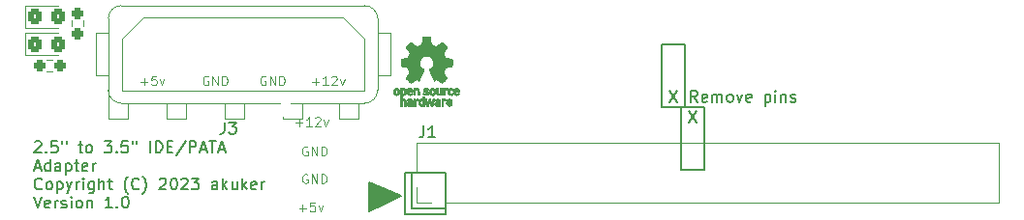
<source format=gbr>
%TF.GenerationSoftware,KiCad,Pcbnew,7.0.1*%
%TF.CreationDate,2023-04-11T11:00:07-05:00*%
%TF.ProjectId,ata_40_to_ata_44_adapter,6174615f-3430-45f7-946f-5f6174615f34,rev?*%
%TF.SameCoordinates,Original*%
%TF.FileFunction,Legend,Top*%
%TF.FilePolarity,Positive*%
%FSLAX46Y46*%
G04 Gerber Fmt 4.6, Leading zero omitted, Abs format (unit mm)*
G04 Created by KiCad (PCBNEW 7.0.1) date 2023-04-11 11:00:07*
%MOMM*%
%LPD*%
G01*
G04 APERTURE LIST*
G04 Aperture macros list*
%AMRoundRect*
0 Rectangle with rounded corners*
0 $1 Rounding radius*
0 $2 $3 $4 $5 $6 $7 $8 $9 X,Y pos of 4 corners*
0 Add a 4 corners polygon primitive as box body*
4,1,4,$2,$3,$4,$5,$6,$7,$8,$9,$2,$3,0*
0 Add four circle primitives for the rounded corners*
1,1,$1+$1,$2,$3*
1,1,$1+$1,$4,$5*
1,1,$1+$1,$6,$7*
1,1,$1+$1,$8,$9*
0 Add four rect primitives between the rounded corners*
20,1,$1+$1,$2,$3,$4,$5,0*
20,1,$1+$1,$4,$5,$6,$7,0*
20,1,$1+$1,$6,$7,$8,$9,0*
20,1,$1+$1,$8,$9,$2,$3,0*%
G04 Aperture macros list end*
%ADD10C,0.150000*%
%ADD11C,0.110000*%
%ADD12C,0.120000*%
%ADD13C,0.010000*%
%ADD14RoundRect,0.237500X0.250000X0.237500X-0.250000X0.237500X-0.250000X-0.237500X0.250000X-0.237500X0*%
%ADD15RoundRect,0.237500X0.237500X-0.250000X0.237500X0.250000X-0.237500X0.250000X-0.237500X-0.250000X0*%
%ADD16RoundRect,0.250000X-0.325000X-0.450000X0.325000X-0.450000X0.325000X0.450000X-0.325000X0.450000X0*%
%ADD17C,2.700000*%
%ADD18C,1.408000*%
%ADD19R,1.408000X1.408000*%
%ADD20C,2.780000*%
%ADD21R,2.780000X2.780000*%
%ADD22R,1.350000X1.350000*%
%ADD23O,1.350000X1.350000*%
%ADD24R,1.700000X1.700000*%
%ADD25O,1.700000X1.700000*%
G04 APERTURE END LIST*
D10*
X107900000Y-81290000D02*
X110930000Y-81290000D01*
X110930000Y-84400000D01*
X107900000Y-84400000D01*
X107900000Y-81290000D01*
X107300000Y-81290000D02*
X110930000Y-81290000D01*
X110930000Y-84900000D01*
X107300000Y-84900000D01*
X107300000Y-81290000D01*
X107000000Y-83300000D02*
X104200000Y-84700000D01*
X104200000Y-82100000D01*
X107000000Y-83300000D01*
G36*
X107000000Y-83300000D02*
G01*
X104200000Y-84700000D01*
X104200000Y-82100000D01*
X107000000Y-83300000D01*
G37*
X74990476Y-78612857D02*
X75038095Y-78565238D01*
X75038095Y-78565238D02*
X75133333Y-78517619D01*
X75133333Y-78517619D02*
X75371428Y-78517619D01*
X75371428Y-78517619D02*
X75466666Y-78565238D01*
X75466666Y-78565238D02*
X75514285Y-78612857D01*
X75514285Y-78612857D02*
X75561904Y-78708095D01*
X75561904Y-78708095D02*
X75561904Y-78803333D01*
X75561904Y-78803333D02*
X75514285Y-78946190D01*
X75514285Y-78946190D02*
X74942857Y-79517619D01*
X74942857Y-79517619D02*
X75561904Y-79517619D01*
X75990476Y-79422380D02*
X76038095Y-79470000D01*
X76038095Y-79470000D02*
X75990476Y-79517619D01*
X75990476Y-79517619D02*
X75942857Y-79470000D01*
X75942857Y-79470000D02*
X75990476Y-79422380D01*
X75990476Y-79422380D02*
X75990476Y-79517619D01*
X76942856Y-78517619D02*
X76466666Y-78517619D01*
X76466666Y-78517619D02*
X76419047Y-78993809D01*
X76419047Y-78993809D02*
X76466666Y-78946190D01*
X76466666Y-78946190D02*
X76561904Y-78898571D01*
X76561904Y-78898571D02*
X76799999Y-78898571D01*
X76799999Y-78898571D02*
X76895237Y-78946190D01*
X76895237Y-78946190D02*
X76942856Y-78993809D01*
X76942856Y-78993809D02*
X76990475Y-79089047D01*
X76990475Y-79089047D02*
X76990475Y-79327142D01*
X76990475Y-79327142D02*
X76942856Y-79422380D01*
X76942856Y-79422380D02*
X76895237Y-79470000D01*
X76895237Y-79470000D02*
X76799999Y-79517619D01*
X76799999Y-79517619D02*
X76561904Y-79517619D01*
X76561904Y-79517619D02*
X76466666Y-79470000D01*
X76466666Y-79470000D02*
X76419047Y-79422380D01*
X77371428Y-78517619D02*
X77371428Y-78708095D01*
X77752380Y-78517619D02*
X77752380Y-78708095D01*
X78800000Y-78850952D02*
X79180952Y-78850952D01*
X78942857Y-78517619D02*
X78942857Y-79374761D01*
X78942857Y-79374761D02*
X78990476Y-79470000D01*
X78990476Y-79470000D02*
X79085714Y-79517619D01*
X79085714Y-79517619D02*
X79180952Y-79517619D01*
X79657143Y-79517619D02*
X79561905Y-79470000D01*
X79561905Y-79470000D02*
X79514286Y-79422380D01*
X79514286Y-79422380D02*
X79466667Y-79327142D01*
X79466667Y-79327142D02*
X79466667Y-79041428D01*
X79466667Y-79041428D02*
X79514286Y-78946190D01*
X79514286Y-78946190D02*
X79561905Y-78898571D01*
X79561905Y-78898571D02*
X79657143Y-78850952D01*
X79657143Y-78850952D02*
X79800000Y-78850952D01*
X79800000Y-78850952D02*
X79895238Y-78898571D01*
X79895238Y-78898571D02*
X79942857Y-78946190D01*
X79942857Y-78946190D02*
X79990476Y-79041428D01*
X79990476Y-79041428D02*
X79990476Y-79327142D01*
X79990476Y-79327142D02*
X79942857Y-79422380D01*
X79942857Y-79422380D02*
X79895238Y-79470000D01*
X79895238Y-79470000D02*
X79800000Y-79517619D01*
X79800000Y-79517619D02*
X79657143Y-79517619D01*
X81085715Y-78517619D02*
X81704762Y-78517619D01*
X81704762Y-78517619D02*
X81371429Y-78898571D01*
X81371429Y-78898571D02*
X81514286Y-78898571D01*
X81514286Y-78898571D02*
X81609524Y-78946190D01*
X81609524Y-78946190D02*
X81657143Y-78993809D01*
X81657143Y-78993809D02*
X81704762Y-79089047D01*
X81704762Y-79089047D02*
X81704762Y-79327142D01*
X81704762Y-79327142D02*
X81657143Y-79422380D01*
X81657143Y-79422380D02*
X81609524Y-79470000D01*
X81609524Y-79470000D02*
X81514286Y-79517619D01*
X81514286Y-79517619D02*
X81228572Y-79517619D01*
X81228572Y-79517619D02*
X81133334Y-79470000D01*
X81133334Y-79470000D02*
X81085715Y-79422380D01*
X82133334Y-79422380D02*
X82180953Y-79470000D01*
X82180953Y-79470000D02*
X82133334Y-79517619D01*
X82133334Y-79517619D02*
X82085715Y-79470000D01*
X82085715Y-79470000D02*
X82133334Y-79422380D01*
X82133334Y-79422380D02*
X82133334Y-79517619D01*
X83085714Y-78517619D02*
X82609524Y-78517619D01*
X82609524Y-78517619D02*
X82561905Y-78993809D01*
X82561905Y-78993809D02*
X82609524Y-78946190D01*
X82609524Y-78946190D02*
X82704762Y-78898571D01*
X82704762Y-78898571D02*
X82942857Y-78898571D01*
X82942857Y-78898571D02*
X83038095Y-78946190D01*
X83038095Y-78946190D02*
X83085714Y-78993809D01*
X83085714Y-78993809D02*
X83133333Y-79089047D01*
X83133333Y-79089047D02*
X83133333Y-79327142D01*
X83133333Y-79327142D02*
X83085714Y-79422380D01*
X83085714Y-79422380D02*
X83038095Y-79470000D01*
X83038095Y-79470000D02*
X82942857Y-79517619D01*
X82942857Y-79517619D02*
X82704762Y-79517619D01*
X82704762Y-79517619D02*
X82609524Y-79470000D01*
X82609524Y-79470000D02*
X82561905Y-79422380D01*
X83514286Y-78517619D02*
X83514286Y-78708095D01*
X83895238Y-78517619D02*
X83895238Y-78708095D01*
X85085715Y-79517619D02*
X85085715Y-78517619D01*
X85561905Y-79517619D02*
X85561905Y-78517619D01*
X85561905Y-78517619D02*
X85800000Y-78517619D01*
X85800000Y-78517619D02*
X85942857Y-78565238D01*
X85942857Y-78565238D02*
X86038095Y-78660476D01*
X86038095Y-78660476D02*
X86085714Y-78755714D01*
X86085714Y-78755714D02*
X86133333Y-78946190D01*
X86133333Y-78946190D02*
X86133333Y-79089047D01*
X86133333Y-79089047D02*
X86085714Y-79279523D01*
X86085714Y-79279523D02*
X86038095Y-79374761D01*
X86038095Y-79374761D02*
X85942857Y-79470000D01*
X85942857Y-79470000D02*
X85800000Y-79517619D01*
X85800000Y-79517619D02*
X85561905Y-79517619D01*
X86561905Y-78993809D02*
X86895238Y-78993809D01*
X87038095Y-79517619D02*
X86561905Y-79517619D01*
X86561905Y-79517619D02*
X86561905Y-78517619D01*
X86561905Y-78517619D02*
X87038095Y-78517619D01*
X88180952Y-78470000D02*
X87323810Y-79755714D01*
X88514286Y-79517619D02*
X88514286Y-78517619D01*
X88514286Y-78517619D02*
X88895238Y-78517619D01*
X88895238Y-78517619D02*
X88990476Y-78565238D01*
X88990476Y-78565238D02*
X89038095Y-78612857D01*
X89038095Y-78612857D02*
X89085714Y-78708095D01*
X89085714Y-78708095D02*
X89085714Y-78850952D01*
X89085714Y-78850952D02*
X89038095Y-78946190D01*
X89038095Y-78946190D02*
X88990476Y-78993809D01*
X88990476Y-78993809D02*
X88895238Y-79041428D01*
X88895238Y-79041428D02*
X88514286Y-79041428D01*
X89466667Y-79231904D02*
X89942857Y-79231904D01*
X89371429Y-79517619D02*
X89704762Y-78517619D01*
X89704762Y-78517619D02*
X90038095Y-79517619D01*
X90228572Y-78517619D02*
X90800000Y-78517619D01*
X90514286Y-79517619D02*
X90514286Y-78517619D01*
X91085715Y-79231904D02*
X91561905Y-79231904D01*
X90990477Y-79517619D02*
X91323810Y-78517619D01*
X91323810Y-78517619D02*
X91657143Y-79517619D01*
X74990476Y-80851904D02*
X75466666Y-80851904D01*
X74895238Y-81137619D02*
X75228571Y-80137619D01*
X75228571Y-80137619D02*
X75561904Y-81137619D01*
X76323809Y-81137619D02*
X76323809Y-80137619D01*
X76323809Y-81090000D02*
X76228571Y-81137619D01*
X76228571Y-81137619D02*
X76038095Y-81137619D01*
X76038095Y-81137619D02*
X75942857Y-81090000D01*
X75942857Y-81090000D02*
X75895238Y-81042380D01*
X75895238Y-81042380D02*
X75847619Y-80947142D01*
X75847619Y-80947142D02*
X75847619Y-80661428D01*
X75847619Y-80661428D02*
X75895238Y-80566190D01*
X75895238Y-80566190D02*
X75942857Y-80518571D01*
X75942857Y-80518571D02*
X76038095Y-80470952D01*
X76038095Y-80470952D02*
X76228571Y-80470952D01*
X76228571Y-80470952D02*
X76323809Y-80518571D01*
X77228571Y-81137619D02*
X77228571Y-80613809D01*
X77228571Y-80613809D02*
X77180952Y-80518571D01*
X77180952Y-80518571D02*
X77085714Y-80470952D01*
X77085714Y-80470952D02*
X76895238Y-80470952D01*
X76895238Y-80470952D02*
X76800000Y-80518571D01*
X77228571Y-81090000D02*
X77133333Y-81137619D01*
X77133333Y-81137619D02*
X76895238Y-81137619D01*
X76895238Y-81137619D02*
X76800000Y-81090000D01*
X76800000Y-81090000D02*
X76752381Y-80994761D01*
X76752381Y-80994761D02*
X76752381Y-80899523D01*
X76752381Y-80899523D02*
X76800000Y-80804285D01*
X76800000Y-80804285D02*
X76895238Y-80756666D01*
X76895238Y-80756666D02*
X77133333Y-80756666D01*
X77133333Y-80756666D02*
X77228571Y-80709047D01*
X77704762Y-80470952D02*
X77704762Y-81470952D01*
X77704762Y-80518571D02*
X77800000Y-80470952D01*
X77800000Y-80470952D02*
X77990476Y-80470952D01*
X77990476Y-80470952D02*
X78085714Y-80518571D01*
X78085714Y-80518571D02*
X78133333Y-80566190D01*
X78133333Y-80566190D02*
X78180952Y-80661428D01*
X78180952Y-80661428D02*
X78180952Y-80947142D01*
X78180952Y-80947142D02*
X78133333Y-81042380D01*
X78133333Y-81042380D02*
X78085714Y-81090000D01*
X78085714Y-81090000D02*
X77990476Y-81137619D01*
X77990476Y-81137619D02*
X77800000Y-81137619D01*
X77800000Y-81137619D02*
X77704762Y-81090000D01*
X78466667Y-80470952D02*
X78847619Y-80470952D01*
X78609524Y-80137619D02*
X78609524Y-80994761D01*
X78609524Y-80994761D02*
X78657143Y-81090000D01*
X78657143Y-81090000D02*
X78752381Y-81137619D01*
X78752381Y-81137619D02*
X78847619Y-81137619D01*
X79561905Y-81090000D02*
X79466667Y-81137619D01*
X79466667Y-81137619D02*
X79276191Y-81137619D01*
X79276191Y-81137619D02*
X79180953Y-81090000D01*
X79180953Y-81090000D02*
X79133334Y-80994761D01*
X79133334Y-80994761D02*
X79133334Y-80613809D01*
X79133334Y-80613809D02*
X79180953Y-80518571D01*
X79180953Y-80518571D02*
X79276191Y-80470952D01*
X79276191Y-80470952D02*
X79466667Y-80470952D01*
X79466667Y-80470952D02*
X79561905Y-80518571D01*
X79561905Y-80518571D02*
X79609524Y-80613809D01*
X79609524Y-80613809D02*
X79609524Y-80709047D01*
X79609524Y-80709047D02*
X79133334Y-80804285D01*
X80038096Y-81137619D02*
X80038096Y-80470952D01*
X80038096Y-80661428D02*
X80085715Y-80566190D01*
X80085715Y-80566190D02*
X80133334Y-80518571D01*
X80133334Y-80518571D02*
X80228572Y-80470952D01*
X80228572Y-80470952D02*
X80323810Y-80470952D01*
X75609523Y-82662380D02*
X75561904Y-82710000D01*
X75561904Y-82710000D02*
X75419047Y-82757619D01*
X75419047Y-82757619D02*
X75323809Y-82757619D01*
X75323809Y-82757619D02*
X75180952Y-82710000D01*
X75180952Y-82710000D02*
X75085714Y-82614761D01*
X75085714Y-82614761D02*
X75038095Y-82519523D01*
X75038095Y-82519523D02*
X74990476Y-82329047D01*
X74990476Y-82329047D02*
X74990476Y-82186190D01*
X74990476Y-82186190D02*
X75038095Y-81995714D01*
X75038095Y-81995714D02*
X75085714Y-81900476D01*
X75085714Y-81900476D02*
X75180952Y-81805238D01*
X75180952Y-81805238D02*
X75323809Y-81757619D01*
X75323809Y-81757619D02*
X75419047Y-81757619D01*
X75419047Y-81757619D02*
X75561904Y-81805238D01*
X75561904Y-81805238D02*
X75609523Y-81852857D01*
X76180952Y-82757619D02*
X76085714Y-82710000D01*
X76085714Y-82710000D02*
X76038095Y-82662380D01*
X76038095Y-82662380D02*
X75990476Y-82567142D01*
X75990476Y-82567142D02*
X75990476Y-82281428D01*
X75990476Y-82281428D02*
X76038095Y-82186190D01*
X76038095Y-82186190D02*
X76085714Y-82138571D01*
X76085714Y-82138571D02*
X76180952Y-82090952D01*
X76180952Y-82090952D02*
X76323809Y-82090952D01*
X76323809Y-82090952D02*
X76419047Y-82138571D01*
X76419047Y-82138571D02*
X76466666Y-82186190D01*
X76466666Y-82186190D02*
X76514285Y-82281428D01*
X76514285Y-82281428D02*
X76514285Y-82567142D01*
X76514285Y-82567142D02*
X76466666Y-82662380D01*
X76466666Y-82662380D02*
X76419047Y-82710000D01*
X76419047Y-82710000D02*
X76323809Y-82757619D01*
X76323809Y-82757619D02*
X76180952Y-82757619D01*
X76942857Y-82090952D02*
X76942857Y-83090952D01*
X76942857Y-82138571D02*
X77038095Y-82090952D01*
X77038095Y-82090952D02*
X77228571Y-82090952D01*
X77228571Y-82090952D02*
X77323809Y-82138571D01*
X77323809Y-82138571D02*
X77371428Y-82186190D01*
X77371428Y-82186190D02*
X77419047Y-82281428D01*
X77419047Y-82281428D02*
X77419047Y-82567142D01*
X77419047Y-82567142D02*
X77371428Y-82662380D01*
X77371428Y-82662380D02*
X77323809Y-82710000D01*
X77323809Y-82710000D02*
X77228571Y-82757619D01*
X77228571Y-82757619D02*
X77038095Y-82757619D01*
X77038095Y-82757619D02*
X76942857Y-82710000D01*
X77752381Y-82090952D02*
X77990476Y-82757619D01*
X78228571Y-82090952D02*
X77990476Y-82757619D01*
X77990476Y-82757619D02*
X77895238Y-82995714D01*
X77895238Y-82995714D02*
X77847619Y-83043333D01*
X77847619Y-83043333D02*
X77752381Y-83090952D01*
X78609524Y-82757619D02*
X78609524Y-82090952D01*
X78609524Y-82281428D02*
X78657143Y-82186190D01*
X78657143Y-82186190D02*
X78704762Y-82138571D01*
X78704762Y-82138571D02*
X78800000Y-82090952D01*
X78800000Y-82090952D02*
X78895238Y-82090952D01*
X79228572Y-82757619D02*
X79228572Y-82090952D01*
X79228572Y-81757619D02*
X79180953Y-81805238D01*
X79180953Y-81805238D02*
X79228572Y-81852857D01*
X79228572Y-81852857D02*
X79276191Y-81805238D01*
X79276191Y-81805238D02*
X79228572Y-81757619D01*
X79228572Y-81757619D02*
X79228572Y-81852857D01*
X80133333Y-82090952D02*
X80133333Y-82900476D01*
X80133333Y-82900476D02*
X80085714Y-82995714D01*
X80085714Y-82995714D02*
X80038095Y-83043333D01*
X80038095Y-83043333D02*
X79942857Y-83090952D01*
X79942857Y-83090952D02*
X79800000Y-83090952D01*
X79800000Y-83090952D02*
X79704762Y-83043333D01*
X80133333Y-82710000D02*
X80038095Y-82757619D01*
X80038095Y-82757619D02*
X79847619Y-82757619D01*
X79847619Y-82757619D02*
X79752381Y-82710000D01*
X79752381Y-82710000D02*
X79704762Y-82662380D01*
X79704762Y-82662380D02*
X79657143Y-82567142D01*
X79657143Y-82567142D02*
X79657143Y-82281428D01*
X79657143Y-82281428D02*
X79704762Y-82186190D01*
X79704762Y-82186190D02*
X79752381Y-82138571D01*
X79752381Y-82138571D02*
X79847619Y-82090952D01*
X79847619Y-82090952D02*
X80038095Y-82090952D01*
X80038095Y-82090952D02*
X80133333Y-82138571D01*
X80609524Y-82757619D02*
X80609524Y-81757619D01*
X81038095Y-82757619D02*
X81038095Y-82233809D01*
X81038095Y-82233809D02*
X80990476Y-82138571D01*
X80990476Y-82138571D02*
X80895238Y-82090952D01*
X80895238Y-82090952D02*
X80752381Y-82090952D01*
X80752381Y-82090952D02*
X80657143Y-82138571D01*
X80657143Y-82138571D02*
X80609524Y-82186190D01*
X81371429Y-82090952D02*
X81752381Y-82090952D01*
X81514286Y-81757619D02*
X81514286Y-82614761D01*
X81514286Y-82614761D02*
X81561905Y-82710000D01*
X81561905Y-82710000D02*
X81657143Y-82757619D01*
X81657143Y-82757619D02*
X81752381Y-82757619D01*
X83133334Y-83138571D02*
X83085715Y-83090952D01*
X83085715Y-83090952D02*
X82990477Y-82948095D01*
X82990477Y-82948095D02*
X82942858Y-82852857D01*
X82942858Y-82852857D02*
X82895239Y-82710000D01*
X82895239Y-82710000D02*
X82847620Y-82471904D01*
X82847620Y-82471904D02*
X82847620Y-82281428D01*
X82847620Y-82281428D02*
X82895239Y-82043333D01*
X82895239Y-82043333D02*
X82942858Y-81900476D01*
X82942858Y-81900476D02*
X82990477Y-81805238D01*
X82990477Y-81805238D02*
X83085715Y-81662380D01*
X83085715Y-81662380D02*
X83133334Y-81614761D01*
X84085715Y-82662380D02*
X84038096Y-82710000D01*
X84038096Y-82710000D02*
X83895239Y-82757619D01*
X83895239Y-82757619D02*
X83800001Y-82757619D01*
X83800001Y-82757619D02*
X83657144Y-82710000D01*
X83657144Y-82710000D02*
X83561906Y-82614761D01*
X83561906Y-82614761D02*
X83514287Y-82519523D01*
X83514287Y-82519523D02*
X83466668Y-82329047D01*
X83466668Y-82329047D02*
X83466668Y-82186190D01*
X83466668Y-82186190D02*
X83514287Y-81995714D01*
X83514287Y-81995714D02*
X83561906Y-81900476D01*
X83561906Y-81900476D02*
X83657144Y-81805238D01*
X83657144Y-81805238D02*
X83800001Y-81757619D01*
X83800001Y-81757619D02*
X83895239Y-81757619D01*
X83895239Y-81757619D02*
X84038096Y-81805238D01*
X84038096Y-81805238D02*
X84085715Y-81852857D01*
X84419049Y-83138571D02*
X84466668Y-83090952D01*
X84466668Y-83090952D02*
X84561906Y-82948095D01*
X84561906Y-82948095D02*
X84609525Y-82852857D01*
X84609525Y-82852857D02*
X84657144Y-82710000D01*
X84657144Y-82710000D02*
X84704763Y-82471904D01*
X84704763Y-82471904D02*
X84704763Y-82281428D01*
X84704763Y-82281428D02*
X84657144Y-82043333D01*
X84657144Y-82043333D02*
X84609525Y-81900476D01*
X84609525Y-81900476D02*
X84561906Y-81805238D01*
X84561906Y-81805238D02*
X84466668Y-81662380D01*
X84466668Y-81662380D02*
X84419049Y-81614761D01*
X85895240Y-81852857D02*
X85942859Y-81805238D01*
X85942859Y-81805238D02*
X86038097Y-81757619D01*
X86038097Y-81757619D02*
X86276192Y-81757619D01*
X86276192Y-81757619D02*
X86371430Y-81805238D01*
X86371430Y-81805238D02*
X86419049Y-81852857D01*
X86419049Y-81852857D02*
X86466668Y-81948095D01*
X86466668Y-81948095D02*
X86466668Y-82043333D01*
X86466668Y-82043333D02*
X86419049Y-82186190D01*
X86419049Y-82186190D02*
X85847621Y-82757619D01*
X85847621Y-82757619D02*
X86466668Y-82757619D01*
X87085716Y-81757619D02*
X87180954Y-81757619D01*
X87180954Y-81757619D02*
X87276192Y-81805238D01*
X87276192Y-81805238D02*
X87323811Y-81852857D01*
X87323811Y-81852857D02*
X87371430Y-81948095D01*
X87371430Y-81948095D02*
X87419049Y-82138571D01*
X87419049Y-82138571D02*
X87419049Y-82376666D01*
X87419049Y-82376666D02*
X87371430Y-82567142D01*
X87371430Y-82567142D02*
X87323811Y-82662380D01*
X87323811Y-82662380D02*
X87276192Y-82710000D01*
X87276192Y-82710000D02*
X87180954Y-82757619D01*
X87180954Y-82757619D02*
X87085716Y-82757619D01*
X87085716Y-82757619D02*
X86990478Y-82710000D01*
X86990478Y-82710000D02*
X86942859Y-82662380D01*
X86942859Y-82662380D02*
X86895240Y-82567142D01*
X86895240Y-82567142D02*
X86847621Y-82376666D01*
X86847621Y-82376666D02*
X86847621Y-82138571D01*
X86847621Y-82138571D02*
X86895240Y-81948095D01*
X86895240Y-81948095D02*
X86942859Y-81852857D01*
X86942859Y-81852857D02*
X86990478Y-81805238D01*
X86990478Y-81805238D02*
X87085716Y-81757619D01*
X87800002Y-81852857D02*
X87847621Y-81805238D01*
X87847621Y-81805238D02*
X87942859Y-81757619D01*
X87942859Y-81757619D02*
X88180954Y-81757619D01*
X88180954Y-81757619D02*
X88276192Y-81805238D01*
X88276192Y-81805238D02*
X88323811Y-81852857D01*
X88323811Y-81852857D02*
X88371430Y-81948095D01*
X88371430Y-81948095D02*
X88371430Y-82043333D01*
X88371430Y-82043333D02*
X88323811Y-82186190D01*
X88323811Y-82186190D02*
X87752383Y-82757619D01*
X87752383Y-82757619D02*
X88371430Y-82757619D01*
X88704764Y-81757619D02*
X89323811Y-81757619D01*
X89323811Y-81757619D02*
X88990478Y-82138571D01*
X88990478Y-82138571D02*
X89133335Y-82138571D01*
X89133335Y-82138571D02*
X89228573Y-82186190D01*
X89228573Y-82186190D02*
X89276192Y-82233809D01*
X89276192Y-82233809D02*
X89323811Y-82329047D01*
X89323811Y-82329047D02*
X89323811Y-82567142D01*
X89323811Y-82567142D02*
X89276192Y-82662380D01*
X89276192Y-82662380D02*
X89228573Y-82710000D01*
X89228573Y-82710000D02*
X89133335Y-82757619D01*
X89133335Y-82757619D02*
X88847621Y-82757619D01*
X88847621Y-82757619D02*
X88752383Y-82710000D01*
X88752383Y-82710000D02*
X88704764Y-82662380D01*
X90942859Y-82757619D02*
X90942859Y-82233809D01*
X90942859Y-82233809D02*
X90895240Y-82138571D01*
X90895240Y-82138571D02*
X90800002Y-82090952D01*
X90800002Y-82090952D02*
X90609526Y-82090952D01*
X90609526Y-82090952D02*
X90514288Y-82138571D01*
X90942859Y-82710000D02*
X90847621Y-82757619D01*
X90847621Y-82757619D02*
X90609526Y-82757619D01*
X90609526Y-82757619D02*
X90514288Y-82710000D01*
X90514288Y-82710000D02*
X90466669Y-82614761D01*
X90466669Y-82614761D02*
X90466669Y-82519523D01*
X90466669Y-82519523D02*
X90514288Y-82424285D01*
X90514288Y-82424285D02*
X90609526Y-82376666D01*
X90609526Y-82376666D02*
X90847621Y-82376666D01*
X90847621Y-82376666D02*
X90942859Y-82329047D01*
X91419050Y-82757619D02*
X91419050Y-81757619D01*
X91514288Y-82376666D02*
X91800002Y-82757619D01*
X91800002Y-82090952D02*
X91419050Y-82471904D01*
X92657145Y-82090952D02*
X92657145Y-82757619D01*
X92228574Y-82090952D02*
X92228574Y-82614761D01*
X92228574Y-82614761D02*
X92276193Y-82710000D01*
X92276193Y-82710000D02*
X92371431Y-82757619D01*
X92371431Y-82757619D02*
X92514288Y-82757619D01*
X92514288Y-82757619D02*
X92609526Y-82710000D01*
X92609526Y-82710000D02*
X92657145Y-82662380D01*
X93133336Y-82757619D02*
X93133336Y-81757619D01*
X93228574Y-82376666D02*
X93514288Y-82757619D01*
X93514288Y-82090952D02*
X93133336Y-82471904D01*
X94323812Y-82710000D02*
X94228574Y-82757619D01*
X94228574Y-82757619D02*
X94038098Y-82757619D01*
X94038098Y-82757619D02*
X93942860Y-82710000D01*
X93942860Y-82710000D02*
X93895241Y-82614761D01*
X93895241Y-82614761D02*
X93895241Y-82233809D01*
X93895241Y-82233809D02*
X93942860Y-82138571D01*
X93942860Y-82138571D02*
X94038098Y-82090952D01*
X94038098Y-82090952D02*
X94228574Y-82090952D01*
X94228574Y-82090952D02*
X94323812Y-82138571D01*
X94323812Y-82138571D02*
X94371431Y-82233809D01*
X94371431Y-82233809D02*
X94371431Y-82329047D01*
X94371431Y-82329047D02*
X93895241Y-82424285D01*
X94800003Y-82757619D02*
X94800003Y-82090952D01*
X94800003Y-82281428D02*
X94847622Y-82186190D01*
X94847622Y-82186190D02*
X94895241Y-82138571D01*
X94895241Y-82138571D02*
X94990479Y-82090952D01*
X94990479Y-82090952D02*
X95085717Y-82090952D01*
X74895238Y-83377619D02*
X75228571Y-84377619D01*
X75228571Y-84377619D02*
X75561904Y-83377619D01*
X76276190Y-84330000D02*
X76180952Y-84377619D01*
X76180952Y-84377619D02*
X75990476Y-84377619D01*
X75990476Y-84377619D02*
X75895238Y-84330000D01*
X75895238Y-84330000D02*
X75847619Y-84234761D01*
X75847619Y-84234761D02*
X75847619Y-83853809D01*
X75847619Y-83853809D02*
X75895238Y-83758571D01*
X75895238Y-83758571D02*
X75990476Y-83710952D01*
X75990476Y-83710952D02*
X76180952Y-83710952D01*
X76180952Y-83710952D02*
X76276190Y-83758571D01*
X76276190Y-83758571D02*
X76323809Y-83853809D01*
X76323809Y-83853809D02*
X76323809Y-83949047D01*
X76323809Y-83949047D02*
X75847619Y-84044285D01*
X76752381Y-84377619D02*
X76752381Y-83710952D01*
X76752381Y-83901428D02*
X76800000Y-83806190D01*
X76800000Y-83806190D02*
X76847619Y-83758571D01*
X76847619Y-83758571D02*
X76942857Y-83710952D01*
X76942857Y-83710952D02*
X77038095Y-83710952D01*
X77323810Y-84330000D02*
X77419048Y-84377619D01*
X77419048Y-84377619D02*
X77609524Y-84377619D01*
X77609524Y-84377619D02*
X77704762Y-84330000D01*
X77704762Y-84330000D02*
X77752381Y-84234761D01*
X77752381Y-84234761D02*
X77752381Y-84187142D01*
X77752381Y-84187142D02*
X77704762Y-84091904D01*
X77704762Y-84091904D02*
X77609524Y-84044285D01*
X77609524Y-84044285D02*
X77466667Y-84044285D01*
X77466667Y-84044285D02*
X77371429Y-83996666D01*
X77371429Y-83996666D02*
X77323810Y-83901428D01*
X77323810Y-83901428D02*
X77323810Y-83853809D01*
X77323810Y-83853809D02*
X77371429Y-83758571D01*
X77371429Y-83758571D02*
X77466667Y-83710952D01*
X77466667Y-83710952D02*
X77609524Y-83710952D01*
X77609524Y-83710952D02*
X77704762Y-83758571D01*
X78180953Y-84377619D02*
X78180953Y-83710952D01*
X78180953Y-83377619D02*
X78133334Y-83425238D01*
X78133334Y-83425238D02*
X78180953Y-83472857D01*
X78180953Y-83472857D02*
X78228572Y-83425238D01*
X78228572Y-83425238D02*
X78180953Y-83377619D01*
X78180953Y-83377619D02*
X78180953Y-83472857D01*
X78800000Y-84377619D02*
X78704762Y-84330000D01*
X78704762Y-84330000D02*
X78657143Y-84282380D01*
X78657143Y-84282380D02*
X78609524Y-84187142D01*
X78609524Y-84187142D02*
X78609524Y-83901428D01*
X78609524Y-83901428D02*
X78657143Y-83806190D01*
X78657143Y-83806190D02*
X78704762Y-83758571D01*
X78704762Y-83758571D02*
X78800000Y-83710952D01*
X78800000Y-83710952D02*
X78942857Y-83710952D01*
X78942857Y-83710952D02*
X79038095Y-83758571D01*
X79038095Y-83758571D02*
X79085714Y-83806190D01*
X79085714Y-83806190D02*
X79133333Y-83901428D01*
X79133333Y-83901428D02*
X79133333Y-84187142D01*
X79133333Y-84187142D02*
X79085714Y-84282380D01*
X79085714Y-84282380D02*
X79038095Y-84330000D01*
X79038095Y-84330000D02*
X78942857Y-84377619D01*
X78942857Y-84377619D02*
X78800000Y-84377619D01*
X79561905Y-83710952D02*
X79561905Y-84377619D01*
X79561905Y-83806190D02*
X79609524Y-83758571D01*
X79609524Y-83758571D02*
X79704762Y-83710952D01*
X79704762Y-83710952D02*
X79847619Y-83710952D01*
X79847619Y-83710952D02*
X79942857Y-83758571D01*
X79942857Y-83758571D02*
X79990476Y-83853809D01*
X79990476Y-83853809D02*
X79990476Y-84377619D01*
X81752381Y-84377619D02*
X81180953Y-84377619D01*
X81466667Y-84377619D02*
X81466667Y-83377619D01*
X81466667Y-83377619D02*
X81371429Y-83520476D01*
X81371429Y-83520476D02*
X81276191Y-83615714D01*
X81276191Y-83615714D02*
X81180953Y-83663333D01*
X82180953Y-84282380D02*
X82228572Y-84330000D01*
X82228572Y-84330000D02*
X82180953Y-84377619D01*
X82180953Y-84377619D02*
X82133334Y-84330000D01*
X82133334Y-84330000D02*
X82180953Y-84282380D01*
X82180953Y-84282380D02*
X82180953Y-84377619D01*
X82847619Y-83377619D02*
X82942857Y-83377619D01*
X82942857Y-83377619D02*
X83038095Y-83425238D01*
X83038095Y-83425238D02*
X83085714Y-83472857D01*
X83085714Y-83472857D02*
X83133333Y-83568095D01*
X83133333Y-83568095D02*
X83180952Y-83758571D01*
X83180952Y-83758571D02*
X83180952Y-83996666D01*
X83180952Y-83996666D02*
X83133333Y-84187142D01*
X83133333Y-84187142D02*
X83085714Y-84282380D01*
X83085714Y-84282380D02*
X83038095Y-84330000D01*
X83038095Y-84330000D02*
X82942857Y-84377619D01*
X82942857Y-84377619D02*
X82847619Y-84377619D01*
X82847619Y-84377619D02*
X82752381Y-84330000D01*
X82752381Y-84330000D02*
X82704762Y-84282380D01*
X82704762Y-84282380D02*
X82657143Y-84187142D01*
X82657143Y-84187142D02*
X82609524Y-83996666D01*
X82609524Y-83996666D02*
X82609524Y-83758571D01*
X82609524Y-83758571D02*
X82657143Y-83568095D01*
X82657143Y-83568095D02*
X82704762Y-83472857D01*
X82704762Y-83472857D02*
X82752381Y-83425238D01*
X82752381Y-83425238D02*
X82847619Y-83377619D01*
X132909523Y-75077619D02*
X132576190Y-74601428D01*
X132338095Y-75077619D02*
X132338095Y-74077619D01*
X132338095Y-74077619D02*
X132719047Y-74077619D01*
X132719047Y-74077619D02*
X132814285Y-74125238D01*
X132814285Y-74125238D02*
X132861904Y-74172857D01*
X132861904Y-74172857D02*
X132909523Y-74268095D01*
X132909523Y-74268095D02*
X132909523Y-74410952D01*
X132909523Y-74410952D02*
X132861904Y-74506190D01*
X132861904Y-74506190D02*
X132814285Y-74553809D01*
X132814285Y-74553809D02*
X132719047Y-74601428D01*
X132719047Y-74601428D02*
X132338095Y-74601428D01*
X133719047Y-75030000D02*
X133623809Y-75077619D01*
X133623809Y-75077619D02*
X133433333Y-75077619D01*
X133433333Y-75077619D02*
X133338095Y-75030000D01*
X133338095Y-75030000D02*
X133290476Y-74934761D01*
X133290476Y-74934761D02*
X133290476Y-74553809D01*
X133290476Y-74553809D02*
X133338095Y-74458571D01*
X133338095Y-74458571D02*
X133433333Y-74410952D01*
X133433333Y-74410952D02*
X133623809Y-74410952D01*
X133623809Y-74410952D02*
X133719047Y-74458571D01*
X133719047Y-74458571D02*
X133766666Y-74553809D01*
X133766666Y-74553809D02*
X133766666Y-74649047D01*
X133766666Y-74649047D02*
X133290476Y-74744285D01*
X134195238Y-75077619D02*
X134195238Y-74410952D01*
X134195238Y-74506190D02*
X134242857Y-74458571D01*
X134242857Y-74458571D02*
X134338095Y-74410952D01*
X134338095Y-74410952D02*
X134480952Y-74410952D01*
X134480952Y-74410952D02*
X134576190Y-74458571D01*
X134576190Y-74458571D02*
X134623809Y-74553809D01*
X134623809Y-74553809D02*
X134623809Y-75077619D01*
X134623809Y-74553809D02*
X134671428Y-74458571D01*
X134671428Y-74458571D02*
X134766666Y-74410952D01*
X134766666Y-74410952D02*
X134909523Y-74410952D01*
X134909523Y-74410952D02*
X135004762Y-74458571D01*
X135004762Y-74458571D02*
X135052381Y-74553809D01*
X135052381Y-74553809D02*
X135052381Y-75077619D01*
X135671428Y-75077619D02*
X135576190Y-75030000D01*
X135576190Y-75030000D02*
X135528571Y-74982380D01*
X135528571Y-74982380D02*
X135480952Y-74887142D01*
X135480952Y-74887142D02*
X135480952Y-74601428D01*
X135480952Y-74601428D02*
X135528571Y-74506190D01*
X135528571Y-74506190D02*
X135576190Y-74458571D01*
X135576190Y-74458571D02*
X135671428Y-74410952D01*
X135671428Y-74410952D02*
X135814285Y-74410952D01*
X135814285Y-74410952D02*
X135909523Y-74458571D01*
X135909523Y-74458571D02*
X135957142Y-74506190D01*
X135957142Y-74506190D02*
X136004761Y-74601428D01*
X136004761Y-74601428D02*
X136004761Y-74887142D01*
X136004761Y-74887142D02*
X135957142Y-74982380D01*
X135957142Y-74982380D02*
X135909523Y-75030000D01*
X135909523Y-75030000D02*
X135814285Y-75077619D01*
X135814285Y-75077619D02*
X135671428Y-75077619D01*
X136338095Y-74410952D02*
X136576190Y-75077619D01*
X136576190Y-75077619D02*
X136814285Y-74410952D01*
X137576190Y-75030000D02*
X137480952Y-75077619D01*
X137480952Y-75077619D02*
X137290476Y-75077619D01*
X137290476Y-75077619D02*
X137195238Y-75030000D01*
X137195238Y-75030000D02*
X137147619Y-74934761D01*
X137147619Y-74934761D02*
X137147619Y-74553809D01*
X137147619Y-74553809D02*
X137195238Y-74458571D01*
X137195238Y-74458571D02*
X137290476Y-74410952D01*
X137290476Y-74410952D02*
X137480952Y-74410952D01*
X137480952Y-74410952D02*
X137576190Y-74458571D01*
X137576190Y-74458571D02*
X137623809Y-74553809D01*
X137623809Y-74553809D02*
X137623809Y-74649047D01*
X137623809Y-74649047D02*
X137147619Y-74744285D01*
X138814286Y-74410952D02*
X138814286Y-75410952D01*
X138814286Y-74458571D02*
X138909524Y-74410952D01*
X138909524Y-74410952D02*
X139100000Y-74410952D01*
X139100000Y-74410952D02*
X139195238Y-74458571D01*
X139195238Y-74458571D02*
X139242857Y-74506190D01*
X139242857Y-74506190D02*
X139290476Y-74601428D01*
X139290476Y-74601428D02*
X139290476Y-74887142D01*
X139290476Y-74887142D02*
X139242857Y-74982380D01*
X139242857Y-74982380D02*
X139195238Y-75030000D01*
X139195238Y-75030000D02*
X139100000Y-75077619D01*
X139100000Y-75077619D02*
X138909524Y-75077619D01*
X138909524Y-75077619D02*
X138814286Y-75030000D01*
X139719048Y-75077619D02*
X139719048Y-74410952D01*
X139719048Y-74077619D02*
X139671429Y-74125238D01*
X139671429Y-74125238D02*
X139719048Y-74172857D01*
X139719048Y-74172857D02*
X139766667Y-74125238D01*
X139766667Y-74125238D02*
X139719048Y-74077619D01*
X139719048Y-74077619D02*
X139719048Y-74172857D01*
X140195238Y-74410952D02*
X140195238Y-75077619D01*
X140195238Y-74506190D02*
X140242857Y-74458571D01*
X140242857Y-74458571D02*
X140338095Y-74410952D01*
X140338095Y-74410952D02*
X140480952Y-74410952D01*
X140480952Y-74410952D02*
X140576190Y-74458571D01*
X140576190Y-74458571D02*
X140623809Y-74553809D01*
X140623809Y-74553809D02*
X140623809Y-75077619D01*
X141052381Y-75030000D02*
X141147619Y-75077619D01*
X141147619Y-75077619D02*
X141338095Y-75077619D01*
X141338095Y-75077619D02*
X141433333Y-75030000D01*
X141433333Y-75030000D02*
X141480952Y-74934761D01*
X141480952Y-74934761D02*
X141480952Y-74887142D01*
X141480952Y-74887142D02*
X141433333Y-74791904D01*
X141433333Y-74791904D02*
X141338095Y-74744285D01*
X141338095Y-74744285D02*
X141195238Y-74744285D01*
X141195238Y-74744285D02*
X141100000Y-74696666D01*
X141100000Y-74696666D02*
X141052381Y-74601428D01*
X141052381Y-74601428D02*
X141052381Y-74553809D01*
X141052381Y-74553809D02*
X141100000Y-74458571D01*
X141100000Y-74458571D02*
X141195238Y-74410952D01*
X141195238Y-74410952D02*
X141338095Y-74410952D01*
X141338095Y-74410952D02*
X141433333Y-74458571D01*
X129800000Y-75500000D02*
X131800000Y-75500000D01*
X131800000Y-70000000D01*
X129800000Y-70000000D01*
X129800000Y-75500000D01*
X131157142Y-75122380D02*
X130490476Y-74122380D01*
X130490476Y-75122380D02*
X131157142Y-74122380D01*
X132142857Y-75877619D02*
X132809523Y-76877619D01*
X132809523Y-75877619D02*
X132142857Y-76877619D01*
X131500000Y-75500000D02*
X133500000Y-75500000D01*
X133500000Y-81000000D01*
X131500000Y-81000000D01*
X131500000Y-75500000D01*
D11*
X98090476Y-84397333D02*
X98700000Y-84397333D01*
X98395238Y-84702095D02*
X98395238Y-84092571D01*
X99461904Y-83902095D02*
X99080952Y-83902095D01*
X99080952Y-83902095D02*
X99042856Y-84283047D01*
X99042856Y-84283047D02*
X99080952Y-84244952D01*
X99080952Y-84244952D02*
X99157142Y-84206857D01*
X99157142Y-84206857D02*
X99347618Y-84206857D01*
X99347618Y-84206857D02*
X99423809Y-84244952D01*
X99423809Y-84244952D02*
X99461904Y-84283047D01*
X99461904Y-84283047D02*
X99499999Y-84359238D01*
X99499999Y-84359238D02*
X99499999Y-84549714D01*
X99499999Y-84549714D02*
X99461904Y-84625904D01*
X99461904Y-84625904D02*
X99423809Y-84664000D01*
X99423809Y-84664000D02*
X99347618Y-84702095D01*
X99347618Y-84702095D02*
X99157142Y-84702095D01*
X99157142Y-84702095D02*
X99080952Y-84664000D01*
X99080952Y-84664000D02*
X99042856Y-84625904D01*
X99766666Y-84168761D02*
X99957142Y-84702095D01*
X99957142Y-84702095D02*
X100147619Y-84168761D01*
X98809523Y-79040190D02*
X98733333Y-79002095D01*
X98733333Y-79002095D02*
X98619047Y-79002095D01*
X98619047Y-79002095D02*
X98504761Y-79040190D01*
X98504761Y-79040190D02*
X98428571Y-79116380D01*
X98428571Y-79116380D02*
X98390476Y-79192571D01*
X98390476Y-79192571D02*
X98352380Y-79344952D01*
X98352380Y-79344952D02*
X98352380Y-79459238D01*
X98352380Y-79459238D02*
X98390476Y-79611619D01*
X98390476Y-79611619D02*
X98428571Y-79687809D01*
X98428571Y-79687809D02*
X98504761Y-79764000D01*
X98504761Y-79764000D02*
X98619047Y-79802095D01*
X98619047Y-79802095D02*
X98695238Y-79802095D01*
X98695238Y-79802095D02*
X98809523Y-79764000D01*
X98809523Y-79764000D02*
X98847619Y-79725904D01*
X98847619Y-79725904D02*
X98847619Y-79459238D01*
X98847619Y-79459238D02*
X98695238Y-79459238D01*
X99190476Y-79802095D02*
X99190476Y-79002095D01*
X99190476Y-79002095D02*
X99647619Y-79802095D01*
X99647619Y-79802095D02*
X99647619Y-79002095D01*
X100028571Y-79802095D02*
X100028571Y-79002095D01*
X100028571Y-79002095D02*
X100219047Y-79002095D01*
X100219047Y-79002095D02*
X100333333Y-79040190D01*
X100333333Y-79040190D02*
X100409523Y-79116380D01*
X100409523Y-79116380D02*
X100447618Y-79192571D01*
X100447618Y-79192571D02*
X100485714Y-79344952D01*
X100485714Y-79344952D02*
X100485714Y-79459238D01*
X100485714Y-79459238D02*
X100447618Y-79611619D01*
X100447618Y-79611619D02*
X100409523Y-79687809D01*
X100409523Y-79687809D02*
X100333333Y-79764000D01*
X100333333Y-79764000D02*
X100219047Y-79802095D01*
X100219047Y-79802095D02*
X100028571Y-79802095D01*
X97790476Y-76897333D02*
X98400000Y-76897333D01*
X98095238Y-77202095D02*
X98095238Y-76592571D01*
X99199999Y-77202095D02*
X98742856Y-77202095D01*
X98971428Y-77202095D02*
X98971428Y-76402095D01*
X98971428Y-76402095D02*
X98895237Y-76516380D01*
X98895237Y-76516380D02*
X98819047Y-76592571D01*
X98819047Y-76592571D02*
X98742856Y-76630666D01*
X99504761Y-76478285D02*
X99542857Y-76440190D01*
X99542857Y-76440190D02*
X99619047Y-76402095D01*
X99619047Y-76402095D02*
X99809523Y-76402095D01*
X99809523Y-76402095D02*
X99885714Y-76440190D01*
X99885714Y-76440190D02*
X99923809Y-76478285D01*
X99923809Y-76478285D02*
X99961904Y-76554476D01*
X99961904Y-76554476D02*
X99961904Y-76630666D01*
X99961904Y-76630666D02*
X99923809Y-76744952D01*
X99923809Y-76744952D02*
X99466666Y-77202095D01*
X99466666Y-77202095D02*
X99961904Y-77202095D01*
X100228571Y-76668761D02*
X100419047Y-77202095D01*
X100419047Y-77202095D02*
X100609524Y-76668761D01*
X98809523Y-81440190D02*
X98733333Y-81402095D01*
X98733333Y-81402095D02*
X98619047Y-81402095D01*
X98619047Y-81402095D02*
X98504761Y-81440190D01*
X98504761Y-81440190D02*
X98428571Y-81516380D01*
X98428571Y-81516380D02*
X98390476Y-81592571D01*
X98390476Y-81592571D02*
X98352380Y-81744952D01*
X98352380Y-81744952D02*
X98352380Y-81859238D01*
X98352380Y-81859238D02*
X98390476Y-82011619D01*
X98390476Y-82011619D02*
X98428571Y-82087809D01*
X98428571Y-82087809D02*
X98504761Y-82164000D01*
X98504761Y-82164000D02*
X98619047Y-82202095D01*
X98619047Y-82202095D02*
X98695238Y-82202095D01*
X98695238Y-82202095D02*
X98809523Y-82164000D01*
X98809523Y-82164000D02*
X98847619Y-82125904D01*
X98847619Y-82125904D02*
X98847619Y-81859238D01*
X98847619Y-81859238D02*
X98695238Y-81859238D01*
X99190476Y-82202095D02*
X99190476Y-81402095D01*
X99190476Y-81402095D02*
X99647619Y-82202095D01*
X99647619Y-82202095D02*
X99647619Y-81402095D01*
X100028571Y-82202095D02*
X100028571Y-81402095D01*
X100028571Y-81402095D02*
X100219047Y-81402095D01*
X100219047Y-81402095D02*
X100333333Y-81440190D01*
X100333333Y-81440190D02*
X100409523Y-81516380D01*
X100409523Y-81516380D02*
X100447618Y-81592571D01*
X100447618Y-81592571D02*
X100485714Y-81744952D01*
X100485714Y-81744952D02*
X100485714Y-81859238D01*
X100485714Y-81859238D02*
X100447618Y-82011619D01*
X100447618Y-82011619D02*
X100409523Y-82087809D01*
X100409523Y-82087809D02*
X100333333Y-82164000D01*
X100333333Y-82164000D02*
X100219047Y-82202095D01*
X100219047Y-82202095D02*
X100028571Y-82202095D01*
X84229286Y-73297333D02*
X84838810Y-73297333D01*
X84534048Y-73602095D02*
X84534048Y-72992571D01*
X85600714Y-72802095D02*
X85219762Y-72802095D01*
X85219762Y-72802095D02*
X85181666Y-73183047D01*
X85181666Y-73183047D02*
X85219762Y-73144952D01*
X85219762Y-73144952D02*
X85295952Y-73106857D01*
X85295952Y-73106857D02*
X85486428Y-73106857D01*
X85486428Y-73106857D02*
X85562619Y-73144952D01*
X85562619Y-73144952D02*
X85600714Y-73183047D01*
X85600714Y-73183047D02*
X85638809Y-73259238D01*
X85638809Y-73259238D02*
X85638809Y-73449714D01*
X85638809Y-73449714D02*
X85600714Y-73525904D01*
X85600714Y-73525904D02*
X85562619Y-73564000D01*
X85562619Y-73564000D02*
X85486428Y-73602095D01*
X85486428Y-73602095D02*
X85295952Y-73602095D01*
X85295952Y-73602095D02*
X85219762Y-73564000D01*
X85219762Y-73564000D02*
X85181666Y-73525904D01*
X85905476Y-73068761D02*
X86095952Y-73602095D01*
X86095952Y-73602095D02*
X86286429Y-73068761D01*
X90148333Y-72840190D02*
X90072143Y-72802095D01*
X90072143Y-72802095D02*
X89957857Y-72802095D01*
X89957857Y-72802095D02*
X89843571Y-72840190D01*
X89843571Y-72840190D02*
X89767381Y-72916380D01*
X89767381Y-72916380D02*
X89729286Y-72992571D01*
X89729286Y-72992571D02*
X89691190Y-73144952D01*
X89691190Y-73144952D02*
X89691190Y-73259238D01*
X89691190Y-73259238D02*
X89729286Y-73411619D01*
X89729286Y-73411619D02*
X89767381Y-73487809D01*
X89767381Y-73487809D02*
X89843571Y-73564000D01*
X89843571Y-73564000D02*
X89957857Y-73602095D01*
X89957857Y-73602095D02*
X90034048Y-73602095D01*
X90034048Y-73602095D02*
X90148333Y-73564000D01*
X90148333Y-73564000D02*
X90186429Y-73525904D01*
X90186429Y-73525904D02*
X90186429Y-73259238D01*
X90186429Y-73259238D02*
X90034048Y-73259238D01*
X90529286Y-73602095D02*
X90529286Y-72802095D01*
X90529286Y-72802095D02*
X90986429Y-73602095D01*
X90986429Y-73602095D02*
X90986429Y-72802095D01*
X91367381Y-73602095D02*
X91367381Y-72802095D01*
X91367381Y-72802095D02*
X91557857Y-72802095D01*
X91557857Y-72802095D02*
X91672143Y-72840190D01*
X91672143Y-72840190D02*
X91748333Y-72916380D01*
X91748333Y-72916380D02*
X91786428Y-72992571D01*
X91786428Y-72992571D02*
X91824524Y-73144952D01*
X91824524Y-73144952D02*
X91824524Y-73259238D01*
X91824524Y-73259238D02*
X91786428Y-73411619D01*
X91786428Y-73411619D02*
X91748333Y-73487809D01*
X91748333Y-73487809D02*
X91672143Y-73564000D01*
X91672143Y-73564000D02*
X91557857Y-73602095D01*
X91557857Y-73602095D02*
X91367381Y-73602095D01*
X95148333Y-72840190D02*
X95072143Y-72802095D01*
X95072143Y-72802095D02*
X94957857Y-72802095D01*
X94957857Y-72802095D02*
X94843571Y-72840190D01*
X94843571Y-72840190D02*
X94767381Y-72916380D01*
X94767381Y-72916380D02*
X94729286Y-72992571D01*
X94729286Y-72992571D02*
X94691190Y-73144952D01*
X94691190Y-73144952D02*
X94691190Y-73259238D01*
X94691190Y-73259238D02*
X94729286Y-73411619D01*
X94729286Y-73411619D02*
X94767381Y-73487809D01*
X94767381Y-73487809D02*
X94843571Y-73564000D01*
X94843571Y-73564000D02*
X94957857Y-73602095D01*
X94957857Y-73602095D02*
X95034048Y-73602095D01*
X95034048Y-73602095D02*
X95148333Y-73564000D01*
X95148333Y-73564000D02*
X95186429Y-73525904D01*
X95186429Y-73525904D02*
X95186429Y-73259238D01*
X95186429Y-73259238D02*
X95034048Y-73259238D01*
X95529286Y-73602095D02*
X95529286Y-72802095D01*
X95529286Y-72802095D02*
X95986429Y-73602095D01*
X95986429Y-73602095D02*
X95986429Y-72802095D01*
X96367381Y-73602095D02*
X96367381Y-72802095D01*
X96367381Y-72802095D02*
X96557857Y-72802095D01*
X96557857Y-72802095D02*
X96672143Y-72840190D01*
X96672143Y-72840190D02*
X96748333Y-72916380D01*
X96748333Y-72916380D02*
X96786428Y-72992571D01*
X96786428Y-72992571D02*
X96824524Y-73144952D01*
X96824524Y-73144952D02*
X96824524Y-73259238D01*
X96824524Y-73259238D02*
X96786428Y-73411619D01*
X96786428Y-73411619D02*
X96748333Y-73487809D01*
X96748333Y-73487809D02*
X96672143Y-73564000D01*
X96672143Y-73564000D02*
X96557857Y-73602095D01*
X96557857Y-73602095D02*
X96367381Y-73602095D01*
X99229286Y-73297333D02*
X99838810Y-73297333D01*
X99534048Y-73602095D02*
X99534048Y-72992571D01*
X100638809Y-73602095D02*
X100181666Y-73602095D01*
X100410238Y-73602095D02*
X100410238Y-72802095D01*
X100410238Y-72802095D02*
X100334047Y-72916380D01*
X100334047Y-72916380D02*
X100257857Y-72992571D01*
X100257857Y-72992571D02*
X100181666Y-73030666D01*
X100943571Y-72878285D02*
X100981667Y-72840190D01*
X100981667Y-72840190D02*
X101057857Y-72802095D01*
X101057857Y-72802095D02*
X101248333Y-72802095D01*
X101248333Y-72802095D02*
X101324524Y-72840190D01*
X101324524Y-72840190D02*
X101362619Y-72878285D01*
X101362619Y-72878285D02*
X101400714Y-72954476D01*
X101400714Y-72954476D02*
X101400714Y-73030666D01*
X101400714Y-73030666D02*
X101362619Y-73144952D01*
X101362619Y-73144952D02*
X100905476Y-73602095D01*
X100905476Y-73602095D02*
X101400714Y-73602095D01*
X101667381Y-73068761D02*
X101857857Y-73602095D01*
X101857857Y-73602095D02*
X102048334Y-73068761D01*
D10*
%TO.C,J3*%
X91576666Y-76862619D02*
X91576666Y-77576904D01*
X91576666Y-77576904D02*
X91529047Y-77719761D01*
X91529047Y-77719761D02*
X91433809Y-77815000D01*
X91433809Y-77815000D02*
X91290952Y-77862619D01*
X91290952Y-77862619D02*
X91195714Y-77862619D01*
X91957619Y-76862619D02*
X92576666Y-76862619D01*
X92576666Y-76862619D02*
X92243333Y-77243571D01*
X92243333Y-77243571D02*
X92386190Y-77243571D01*
X92386190Y-77243571D02*
X92481428Y-77291190D01*
X92481428Y-77291190D02*
X92529047Y-77338809D01*
X92529047Y-77338809D02*
X92576666Y-77434047D01*
X92576666Y-77434047D02*
X92576666Y-77672142D01*
X92576666Y-77672142D02*
X92529047Y-77767380D01*
X92529047Y-77767380D02*
X92481428Y-77815000D01*
X92481428Y-77815000D02*
X92386190Y-77862619D01*
X92386190Y-77862619D02*
X92100476Y-77862619D01*
X92100476Y-77862619D02*
X92005238Y-77815000D01*
X92005238Y-77815000D02*
X91957619Y-77767380D01*
%TO.C,J1*%
X108966666Y-77162619D02*
X108966666Y-77876904D01*
X108966666Y-77876904D02*
X108919047Y-78019761D01*
X108919047Y-78019761D02*
X108823809Y-78115000D01*
X108823809Y-78115000D02*
X108680952Y-78162619D01*
X108680952Y-78162619D02*
X108585714Y-78162619D01*
X109966666Y-78162619D02*
X109395238Y-78162619D01*
X109680952Y-78162619D02*
X109680952Y-77162619D01*
X109680952Y-77162619D02*
X109585714Y-77305476D01*
X109585714Y-77305476D02*
X109490476Y-77400714D01*
X109490476Y-77400714D02*
X109395238Y-77448333D01*
D12*
%TO.C,R2*%
X76554724Y-72422500D02*
X76045276Y-72422500D01*
X76554724Y-71377500D02*
X76045276Y-71377500D01*
%TO.C,R1*%
X78177500Y-68454724D02*
X78177500Y-67945276D01*
X79222500Y-68454724D02*
X79222500Y-67945276D01*
%TO.C,D2*%
X74140000Y-70960000D02*
X77000000Y-70960000D01*
X77000000Y-69040000D02*
X74140000Y-69040000D01*
X74140000Y-69040000D02*
X74140000Y-70960000D01*
%TO.C,D1*%
X74140000Y-68560000D02*
X77000000Y-68560000D01*
X77000000Y-66640000D02*
X74140000Y-66640000D01*
X74140000Y-66640000D02*
X74140000Y-68560000D01*
%TO.C,REF\u002A\u002A*%
D13*
X109467590Y-74153766D02*
X109602376Y-74153766D01*
X109606917Y-74226732D01*
X109619986Y-74282334D01*
X109640756Y-74317861D01*
X109655552Y-74328020D01*
X109693464Y-74335104D01*
X109738527Y-74333007D01*
X109777487Y-74322812D01*
X109787704Y-74317204D01*
X109814659Y-74284538D01*
X109832451Y-74234545D01*
X109840024Y-74173705D01*
X109836325Y-74108497D01*
X109828057Y-74069253D01*
X109804320Y-74023805D01*
X109766849Y-73995396D01*
X109721720Y-73985573D01*
X109675011Y-73995887D01*
X109639132Y-74021112D01*
X109620277Y-74041925D01*
X109609272Y-74062439D01*
X109604026Y-74090203D01*
X109602449Y-74132762D01*
X109602376Y-74153766D01*
X109467590Y-74153766D01*
X109468094Y-74097580D01*
X109485388Y-74010501D01*
X109519029Y-73942530D01*
X109569018Y-73893664D01*
X109635356Y-73863899D01*
X109649601Y-73860448D01*
X109735210Y-73852345D01*
X109810762Y-73866055D01*
X109874363Y-73900692D01*
X109924123Y-73955372D01*
X109947568Y-73999842D01*
X109957634Y-74039121D01*
X109964156Y-74095116D01*
X109966951Y-74159621D01*
X109965836Y-74224429D01*
X109960626Y-74281334D01*
X109954541Y-74311727D01*
X109934014Y-74353306D01*
X109898463Y-74397468D01*
X109855619Y-74436087D01*
X109813211Y-74461034D01*
X109812177Y-74461430D01*
X109759553Y-74472331D01*
X109697188Y-74472601D01*
X109637924Y-74462676D01*
X109615040Y-74454722D01*
X109556102Y-74421300D01*
X109513890Y-74377511D01*
X109486156Y-74319538D01*
X109470651Y-74243565D01*
X109467143Y-74203771D01*
X109467590Y-74153766D01*
G36*
X109467590Y-74153766D02*
G01*
X109602376Y-74153766D01*
X109606917Y-74226732D01*
X109619986Y-74282334D01*
X109640756Y-74317861D01*
X109655552Y-74328020D01*
X109693464Y-74335104D01*
X109738527Y-74333007D01*
X109777487Y-74322812D01*
X109787704Y-74317204D01*
X109814659Y-74284538D01*
X109832451Y-74234545D01*
X109840024Y-74173705D01*
X109836325Y-74108497D01*
X109828057Y-74069253D01*
X109804320Y-74023805D01*
X109766849Y-73995396D01*
X109721720Y-73985573D01*
X109675011Y-73995887D01*
X109639132Y-74021112D01*
X109620277Y-74041925D01*
X109609272Y-74062439D01*
X109604026Y-74090203D01*
X109602449Y-74132762D01*
X109602376Y-74153766D01*
X109467590Y-74153766D01*
X109468094Y-74097580D01*
X109485388Y-74010501D01*
X109519029Y-73942530D01*
X109569018Y-73893664D01*
X109635356Y-73863899D01*
X109649601Y-73860448D01*
X109735210Y-73852345D01*
X109810762Y-73866055D01*
X109874363Y-73900692D01*
X109924123Y-73955372D01*
X109947568Y-73999842D01*
X109957634Y-74039121D01*
X109964156Y-74095116D01*
X109966951Y-74159621D01*
X109965836Y-74224429D01*
X109960626Y-74281334D01*
X109954541Y-74311727D01*
X109934014Y-74353306D01*
X109898463Y-74397468D01*
X109855619Y-74436087D01*
X109813211Y-74461034D01*
X109812177Y-74461430D01*
X109759553Y-74472331D01*
X109697188Y-74472601D01*
X109637924Y-74462676D01*
X109615040Y-74454722D01*
X109556102Y-74421300D01*
X109513890Y-74377511D01*
X109486156Y-74319538D01*
X109470651Y-74243565D01*
X109467143Y-74203771D01*
X109467590Y-74153766D01*
G37*
X108206644Y-74803020D02*
X108225461Y-74808660D01*
X108231527Y-74821053D01*
X108231782Y-74826647D01*
X108232871Y-74842230D01*
X108240368Y-74844676D01*
X108260619Y-74833993D01*
X108272649Y-74826694D01*
X108310600Y-74811063D01*
X108355928Y-74803334D01*
X108403456Y-74802740D01*
X108448005Y-74808513D01*
X108484398Y-74819884D01*
X108507457Y-74836088D01*
X108512004Y-74856355D01*
X108509709Y-74861843D01*
X108492980Y-74884626D01*
X108467037Y-74912647D01*
X108462345Y-74917177D01*
X108437617Y-74938005D01*
X108416282Y-74944735D01*
X108386445Y-74940038D01*
X108374492Y-74936917D01*
X108337295Y-74929421D01*
X108311141Y-74932792D01*
X108289054Y-74944681D01*
X108268822Y-74960635D01*
X108253921Y-74980700D01*
X108243566Y-75008702D01*
X108236971Y-75048467D01*
X108233351Y-75103823D01*
X108231922Y-75178594D01*
X108231782Y-75223740D01*
X108231782Y-75417822D01*
X108106040Y-75417822D01*
X108106040Y-74801683D01*
X108168911Y-74801683D01*
X108206644Y-74803020D01*
G36*
X108206644Y-74803020D02*
G01*
X108225461Y-74808660D01*
X108231527Y-74821053D01*
X108231782Y-74826647D01*
X108232871Y-74842230D01*
X108240368Y-74844676D01*
X108260619Y-74833993D01*
X108272649Y-74826694D01*
X108310600Y-74811063D01*
X108355928Y-74803334D01*
X108403456Y-74802740D01*
X108448005Y-74808513D01*
X108484398Y-74819884D01*
X108507457Y-74836088D01*
X108512004Y-74856355D01*
X108509709Y-74861843D01*
X108492980Y-74884626D01*
X108467037Y-74912647D01*
X108462345Y-74917177D01*
X108437617Y-74938005D01*
X108416282Y-74944735D01*
X108386445Y-74940038D01*
X108374492Y-74936917D01*
X108337295Y-74929421D01*
X108311141Y-74932792D01*
X108289054Y-74944681D01*
X108268822Y-74960635D01*
X108253921Y-74980700D01*
X108243566Y-75008702D01*
X108236971Y-75048467D01*
X108233351Y-75103823D01*
X108231922Y-75178594D01*
X108231782Y-75223740D01*
X108231782Y-75417822D01*
X108106040Y-75417822D01*
X108106040Y-74801683D01*
X108168911Y-74801683D01*
X108206644Y-74803020D01*
G37*
X110193367Y-74054342D02*
X110194555Y-74146563D01*
X110198897Y-74216610D01*
X110207558Y-74267381D01*
X110221704Y-74301772D01*
X110242500Y-74322679D01*
X110271110Y-74333000D01*
X110306535Y-74335636D01*
X110343636Y-74332682D01*
X110371818Y-74321889D01*
X110392243Y-74300360D01*
X110406079Y-74265199D01*
X110414491Y-74213510D01*
X110418643Y-74142394D01*
X110419703Y-74054342D01*
X110419703Y-73858614D01*
X110558020Y-73858614D01*
X110558020Y-74462179D01*
X110488862Y-74462179D01*
X110447170Y-74460489D01*
X110425701Y-74454556D01*
X110419703Y-74443293D01*
X110416091Y-74433261D01*
X110401714Y-74435383D01*
X110372736Y-74449580D01*
X110306319Y-74471480D01*
X110235875Y-74469928D01*
X110168377Y-74446147D01*
X110136233Y-74427362D01*
X110111715Y-74407022D01*
X110093804Y-74381573D01*
X110081479Y-74347458D01*
X110073723Y-74301121D01*
X110069516Y-74239007D01*
X110067840Y-74157561D01*
X110067624Y-74094578D01*
X110067624Y-73858614D01*
X110193367Y-73858614D01*
X110193367Y-74054342D01*
G36*
X110193367Y-74054342D02*
G01*
X110194555Y-74146563D01*
X110198897Y-74216610D01*
X110207558Y-74267381D01*
X110221704Y-74301772D01*
X110242500Y-74322679D01*
X110271110Y-74333000D01*
X110306535Y-74335636D01*
X110343636Y-74332682D01*
X110371818Y-74321889D01*
X110392243Y-74300360D01*
X110406079Y-74265199D01*
X110414491Y-74213510D01*
X110418643Y-74142394D01*
X110419703Y-74054342D01*
X110419703Y-73858614D01*
X110558020Y-73858614D01*
X110558020Y-74462179D01*
X110488862Y-74462179D01*
X110447170Y-74460489D01*
X110425701Y-74454556D01*
X110419703Y-74443293D01*
X110416091Y-74433261D01*
X110401714Y-74435383D01*
X110372736Y-74449580D01*
X110306319Y-74471480D01*
X110235875Y-74469928D01*
X110168377Y-74446147D01*
X110136233Y-74427362D01*
X110111715Y-74407022D01*
X110093804Y-74381573D01*
X110081479Y-74347458D01*
X110073723Y-74301121D01*
X110069516Y-74239007D01*
X110067840Y-74157561D01*
X110067624Y-74094578D01*
X110067624Y-73858614D01*
X110193367Y-73858614D01*
X110193367Y-74054342D01*
G37*
X108445988Y-73869002D02*
X108477283Y-73883950D01*
X108507591Y-73905541D01*
X108530682Y-73930391D01*
X108547500Y-73962087D01*
X108558994Y-74004214D01*
X108566109Y-74060358D01*
X108569793Y-74134106D01*
X108570992Y-74229044D01*
X108571011Y-74238985D01*
X108571287Y-74462179D01*
X108432970Y-74462179D01*
X108432970Y-74256418D01*
X108432872Y-74180189D01*
X108432191Y-74124939D01*
X108430349Y-74086501D01*
X108426767Y-74060706D01*
X108420868Y-74043384D01*
X108412073Y-74030368D01*
X108399820Y-74017507D01*
X108356953Y-73989873D01*
X108310157Y-73984745D01*
X108265576Y-74002217D01*
X108250072Y-74015221D01*
X108238690Y-74027447D01*
X108230519Y-74040540D01*
X108225026Y-74058615D01*
X108221680Y-74085787D01*
X108219949Y-74126170D01*
X108219303Y-74183879D01*
X108219208Y-74254132D01*
X108219208Y-74462179D01*
X108080891Y-74462179D01*
X108080891Y-73858614D01*
X108150050Y-73858614D01*
X108191572Y-73860256D01*
X108212994Y-73866087D01*
X108219205Y-73877461D01*
X108219208Y-73877798D01*
X108222090Y-73888938D01*
X108234801Y-73887674D01*
X108260074Y-73875434D01*
X108317395Y-73857424D01*
X108382963Y-73855421D01*
X108445988Y-73869002D01*
G36*
X108445988Y-73869002D02*
G01*
X108477283Y-73883950D01*
X108507591Y-73905541D01*
X108530682Y-73930391D01*
X108547500Y-73962087D01*
X108558994Y-74004214D01*
X108566109Y-74060358D01*
X108569793Y-74134106D01*
X108570992Y-74229044D01*
X108571011Y-74238985D01*
X108571287Y-74462179D01*
X108432970Y-74462179D01*
X108432970Y-74256418D01*
X108432872Y-74180189D01*
X108432191Y-74124939D01*
X108430349Y-74086501D01*
X108426767Y-74060706D01*
X108420868Y-74043384D01*
X108412073Y-74030368D01*
X108399820Y-74017507D01*
X108356953Y-73989873D01*
X108310157Y-73984745D01*
X108265576Y-74002217D01*
X108250072Y-74015221D01*
X108238690Y-74027447D01*
X108230519Y-74040540D01*
X108225026Y-74058615D01*
X108221680Y-74085787D01*
X108219949Y-74126170D01*
X108219303Y-74183879D01*
X108219208Y-74254132D01*
X108219208Y-74462179D01*
X108080891Y-74462179D01*
X108080891Y-73858614D01*
X108150050Y-73858614D01*
X108191572Y-73860256D01*
X108212994Y-73866087D01*
X108219205Y-73877461D01*
X108219208Y-73877798D01*
X108222090Y-73888938D01*
X108234801Y-73887674D01*
X108260074Y-73875434D01*
X108317395Y-73857424D01*
X108382963Y-73855421D01*
X108445988Y-73869002D01*
G37*
X111587100Y-74085542D02*
X111714852Y-74085542D01*
X111726584Y-74090822D01*
X111758438Y-74094867D01*
X111805397Y-74097176D01*
X111835154Y-74097525D01*
X111890648Y-74097306D01*
X111925346Y-74095916D01*
X111943601Y-74092251D01*
X111949766Y-74085210D01*
X111948195Y-74073690D01*
X111946878Y-74069233D01*
X111924382Y-74027355D01*
X111889003Y-73993604D01*
X111857780Y-73978773D01*
X111816301Y-73979668D01*
X111774269Y-73998164D01*
X111739012Y-74028786D01*
X111717854Y-74066062D01*
X111714852Y-74085542D01*
X111587100Y-74085542D01*
X111596690Y-74035229D01*
X111628698Y-73964191D01*
X111674701Y-73908779D01*
X111732821Y-73871009D01*
X111801180Y-73852896D01*
X111877898Y-73856457D01*
X111910096Y-73864279D01*
X111971825Y-73892921D01*
X112024610Y-73936667D01*
X112061141Y-73989117D01*
X112066160Y-74000893D01*
X112073045Y-74031740D01*
X112077864Y-74077371D01*
X112079505Y-74123492D01*
X112079505Y-74210693D01*
X111897178Y-74210693D01*
X111821979Y-74210978D01*
X111769003Y-74212704D01*
X111735325Y-74217181D01*
X111718020Y-74225720D01*
X111714163Y-74239630D01*
X111720829Y-74260222D01*
X111732770Y-74284315D01*
X111766080Y-74324525D01*
X111812368Y-74344558D01*
X111868944Y-74343905D01*
X111933031Y-74322101D01*
X111988417Y-74295193D01*
X112034375Y-74331532D01*
X112080333Y-74367872D01*
X112037096Y-74407819D01*
X111979374Y-74445563D01*
X111908386Y-74468320D01*
X111832029Y-74474688D01*
X111758199Y-74463268D01*
X111746287Y-74459393D01*
X111681399Y-74425506D01*
X111633130Y-74374986D01*
X111600465Y-74306325D01*
X111582385Y-74218014D01*
X111582175Y-74216121D01*
X111580556Y-74119878D01*
X111587100Y-74085542D01*
G36*
X111587100Y-74085542D02*
G01*
X111714852Y-74085542D01*
X111726584Y-74090822D01*
X111758438Y-74094867D01*
X111805397Y-74097176D01*
X111835154Y-74097525D01*
X111890648Y-74097306D01*
X111925346Y-74095916D01*
X111943601Y-74092251D01*
X111949766Y-74085210D01*
X111948195Y-74073690D01*
X111946878Y-74069233D01*
X111924382Y-74027355D01*
X111889003Y-73993604D01*
X111857780Y-73978773D01*
X111816301Y-73979668D01*
X111774269Y-73998164D01*
X111739012Y-74028786D01*
X111717854Y-74066062D01*
X111714852Y-74085542D01*
X111587100Y-74085542D01*
X111596690Y-74035229D01*
X111628698Y-73964191D01*
X111674701Y-73908779D01*
X111732821Y-73871009D01*
X111801180Y-73852896D01*
X111877898Y-73856457D01*
X111910096Y-73864279D01*
X111971825Y-73892921D01*
X112024610Y-73936667D01*
X112061141Y-73989117D01*
X112066160Y-74000893D01*
X112073045Y-74031740D01*
X112077864Y-74077371D01*
X112079505Y-74123492D01*
X112079505Y-74210693D01*
X111897178Y-74210693D01*
X111821979Y-74210978D01*
X111769003Y-74212704D01*
X111735325Y-74217181D01*
X111718020Y-74225720D01*
X111714163Y-74239630D01*
X111720829Y-74260222D01*
X111732770Y-74284315D01*
X111766080Y-74324525D01*
X111812368Y-74344558D01*
X111868944Y-74343905D01*
X111933031Y-74322101D01*
X111988417Y-74295193D01*
X112034375Y-74331532D01*
X112080333Y-74367872D01*
X112037096Y-74407819D01*
X111979374Y-74445563D01*
X111908386Y-74468320D01*
X111832029Y-74474688D01*
X111758199Y-74463268D01*
X111746287Y-74459393D01*
X111681399Y-74425506D01*
X111633130Y-74374986D01*
X111600465Y-74306325D01*
X111582385Y-74218014D01*
X111582175Y-74216121D01*
X111580556Y-74119878D01*
X111587100Y-74085542D01*
G37*
X110940421Y-75041413D02*
X111060990Y-75041413D01*
X111072652Y-75046465D01*
X111103998Y-75050429D01*
X111149571Y-75052768D01*
X111180446Y-75053169D01*
X111235981Y-75052783D01*
X111271033Y-75050975D01*
X111290262Y-75046773D01*
X111298330Y-75039203D01*
X111299901Y-75028218D01*
X111289121Y-74994381D01*
X111261980Y-74960940D01*
X111226277Y-74935272D01*
X111190560Y-74924772D01*
X111142048Y-74934086D01*
X111100053Y-74961013D01*
X111070936Y-74999827D01*
X111060990Y-75041413D01*
X110940421Y-75041413D01*
X110942599Y-75010236D01*
X110964055Y-74930949D01*
X111000470Y-74871263D01*
X111052297Y-74830549D01*
X111119990Y-74808179D01*
X111156662Y-74803871D01*
X111232581Y-74804970D01*
X111292685Y-74820597D01*
X111343021Y-74852848D01*
X111367393Y-74876940D01*
X111407345Y-74933895D01*
X111430242Y-74999965D01*
X111438108Y-75081182D01*
X111438148Y-75087748D01*
X111438218Y-75153763D01*
X111058264Y-75153763D01*
X111066363Y-75188342D01*
X111080987Y-75219659D01*
X111106581Y-75252291D01*
X111111935Y-75257500D01*
X111157943Y-75285694D01*
X111210410Y-75290475D01*
X111270803Y-75271926D01*
X111281040Y-75266931D01*
X111312439Y-75251745D01*
X111333470Y-75243094D01*
X111337139Y-75242293D01*
X111349948Y-75250063D01*
X111374378Y-75269072D01*
X111386779Y-75279460D01*
X111412476Y-75303321D01*
X111420915Y-75319077D01*
X111415058Y-75333571D01*
X111411928Y-75337534D01*
X111390725Y-75354879D01*
X111355738Y-75375959D01*
X111331337Y-75388265D01*
X111262072Y-75409946D01*
X111185388Y-75416971D01*
X111112765Y-75408647D01*
X111092426Y-75402686D01*
X111029476Y-75368952D01*
X110982815Y-75317045D01*
X110952173Y-75246459D01*
X110937282Y-75156692D01*
X110935647Y-75109753D01*
X110940421Y-75041413D01*
G36*
X110940421Y-75041413D02*
G01*
X111060990Y-75041413D01*
X111072652Y-75046465D01*
X111103998Y-75050429D01*
X111149571Y-75052768D01*
X111180446Y-75053169D01*
X111235981Y-75052783D01*
X111271033Y-75050975D01*
X111290262Y-75046773D01*
X111298330Y-75039203D01*
X111299901Y-75028218D01*
X111289121Y-74994381D01*
X111261980Y-74960940D01*
X111226277Y-74935272D01*
X111190560Y-74924772D01*
X111142048Y-74934086D01*
X111100053Y-74961013D01*
X111070936Y-74999827D01*
X111060990Y-75041413D01*
X110940421Y-75041413D01*
X110942599Y-75010236D01*
X110964055Y-74930949D01*
X111000470Y-74871263D01*
X111052297Y-74830549D01*
X111119990Y-74808179D01*
X111156662Y-74803871D01*
X111232581Y-74804970D01*
X111292685Y-74820597D01*
X111343021Y-74852848D01*
X111367393Y-74876940D01*
X111407345Y-74933895D01*
X111430242Y-74999965D01*
X111438108Y-75081182D01*
X111438148Y-75087748D01*
X111438218Y-75153763D01*
X111058264Y-75153763D01*
X111066363Y-75188342D01*
X111080987Y-75219659D01*
X111106581Y-75252291D01*
X111111935Y-75257500D01*
X111157943Y-75285694D01*
X111210410Y-75290475D01*
X111270803Y-75271926D01*
X111281040Y-75266931D01*
X111312439Y-75251745D01*
X111333470Y-75243094D01*
X111337139Y-75242293D01*
X111349948Y-75250063D01*
X111374378Y-75269072D01*
X111386779Y-75279460D01*
X111412476Y-75303321D01*
X111420915Y-75319077D01*
X111415058Y-75333571D01*
X111411928Y-75337534D01*
X111390725Y-75354879D01*
X111355738Y-75375959D01*
X111331337Y-75388265D01*
X111262072Y-75409946D01*
X111185388Y-75416971D01*
X111112765Y-75408647D01*
X111092426Y-75402686D01*
X111029476Y-75368952D01*
X110982815Y-75317045D01*
X110952173Y-75246459D01*
X110937282Y-75156692D01*
X110935647Y-75109753D01*
X110940421Y-75041413D01*
G37*
X111417226Y-73863880D02*
X111490080Y-73894830D01*
X111513027Y-73909895D01*
X111542354Y-73933048D01*
X111560764Y-73951253D01*
X111563961Y-73957183D01*
X111554935Y-73970340D01*
X111531837Y-73992667D01*
X111513344Y-74008250D01*
X111462728Y-74048926D01*
X111422760Y-74015295D01*
X111391874Y-73993584D01*
X111361759Y-73986090D01*
X111327292Y-73987920D01*
X111272561Y-74001528D01*
X111234886Y-74029772D01*
X111211991Y-74075433D01*
X111201597Y-74141289D01*
X111201595Y-74141331D01*
X111202494Y-74214939D01*
X111216463Y-74268946D01*
X111244328Y-74305716D01*
X111263325Y-74318168D01*
X111313776Y-74333673D01*
X111367663Y-74333683D01*
X111414546Y-74318638D01*
X111425644Y-74311287D01*
X111453476Y-74292511D01*
X111475236Y-74289434D01*
X111498704Y-74303409D01*
X111524649Y-74328510D01*
X111565716Y-74370880D01*
X111520121Y-74408464D01*
X111449674Y-74450882D01*
X111370233Y-74471785D01*
X111287215Y-74470272D01*
X111232694Y-74456411D01*
X111168970Y-74422135D01*
X111118005Y-74368212D01*
X111094851Y-74330149D01*
X111076099Y-74275536D01*
X111066715Y-74206369D01*
X111066643Y-74131407D01*
X111075824Y-74059409D01*
X111094199Y-73999137D01*
X111097093Y-73992958D01*
X111139952Y-73932351D01*
X111197979Y-73888224D01*
X111266591Y-73861493D01*
X111341201Y-73853073D01*
X111417226Y-73863880D01*
G36*
X111417226Y-73863880D02*
G01*
X111490080Y-73894830D01*
X111513027Y-73909895D01*
X111542354Y-73933048D01*
X111560764Y-73951253D01*
X111563961Y-73957183D01*
X111554935Y-73970340D01*
X111531837Y-73992667D01*
X111513344Y-74008250D01*
X111462728Y-74048926D01*
X111422760Y-74015295D01*
X111391874Y-73993584D01*
X111361759Y-73986090D01*
X111327292Y-73987920D01*
X111272561Y-74001528D01*
X111234886Y-74029772D01*
X111211991Y-74075433D01*
X111201597Y-74141289D01*
X111201595Y-74141331D01*
X111202494Y-74214939D01*
X111216463Y-74268946D01*
X111244328Y-74305716D01*
X111263325Y-74318168D01*
X111313776Y-74333673D01*
X111367663Y-74333683D01*
X111414546Y-74318638D01*
X111425644Y-74311287D01*
X111453476Y-74292511D01*
X111475236Y-74289434D01*
X111498704Y-74303409D01*
X111524649Y-74328510D01*
X111565716Y-74370880D01*
X111520121Y-74408464D01*
X111449674Y-74450882D01*
X111370233Y-74471785D01*
X111287215Y-74470272D01*
X111232694Y-74456411D01*
X111168970Y-74422135D01*
X111118005Y-74368212D01*
X111094851Y-74330149D01*
X111076099Y-74275536D01*
X111066715Y-74206369D01*
X111066643Y-74131407D01*
X111075824Y-74059409D01*
X111094199Y-73999137D01*
X111097093Y-73992958D01*
X111139952Y-73932351D01*
X111197979Y-73888224D01*
X111266591Y-73861493D01*
X111341201Y-73853073D01*
X111417226Y-73863880D01*
G37*
X109576964Y-69690018D02*
X109633812Y-69991570D01*
X110053338Y-70164512D01*
X110304984Y-69993395D01*
X110375458Y-69945750D01*
X110439163Y-69903210D01*
X110493126Y-69867715D01*
X110534373Y-69841210D01*
X110559934Y-69825636D01*
X110566895Y-69822278D01*
X110579435Y-69830914D01*
X110606231Y-69854792D01*
X110644280Y-69890859D01*
X110690579Y-69936067D01*
X110742123Y-69987364D01*
X110795909Y-70041701D01*
X110848935Y-70096028D01*
X110898195Y-70147295D01*
X110940687Y-70192451D01*
X110973407Y-70228446D01*
X110993351Y-70252230D01*
X110998119Y-70260190D01*
X110991257Y-70274865D01*
X110972020Y-70307014D01*
X110942430Y-70353492D01*
X110904510Y-70411156D01*
X110860282Y-70476860D01*
X110834654Y-70514336D01*
X110787941Y-70582768D01*
X110746432Y-70644520D01*
X110712140Y-70696519D01*
X110687080Y-70735692D01*
X110673264Y-70758965D01*
X110671188Y-70763855D01*
X110675895Y-70777755D01*
X110688723Y-70810150D01*
X110707738Y-70856485D01*
X110731003Y-70912206D01*
X110756584Y-70972758D01*
X110782545Y-71033586D01*
X110806950Y-71090136D01*
X110827863Y-71137852D01*
X110843349Y-71172181D01*
X110851472Y-71188568D01*
X110851952Y-71189212D01*
X110864707Y-71192341D01*
X110898677Y-71199321D01*
X110950340Y-71209467D01*
X111016176Y-71222092D01*
X111092664Y-71236509D01*
X111137290Y-71244823D01*
X111219021Y-71260384D01*
X111292843Y-71275192D01*
X111355021Y-71288436D01*
X111401822Y-71299305D01*
X111429509Y-71306989D01*
X111435074Y-71309427D01*
X111440526Y-71325930D01*
X111444924Y-71363200D01*
X111448272Y-71416880D01*
X111450574Y-71482612D01*
X111451832Y-71556037D01*
X111452048Y-71632796D01*
X111451227Y-71708532D01*
X111449371Y-71778886D01*
X111446482Y-71839500D01*
X111442565Y-71886016D01*
X111437622Y-71914075D01*
X111434657Y-71919916D01*
X111416934Y-71926917D01*
X111379381Y-71936927D01*
X111326964Y-71948769D01*
X111264652Y-71961267D01*
X111242900Y-71965310D01*
X111138024Y-71984520D01*
X111055180Y-71999991D01*
X110991630Y-72012337D01*
X110944637Y-72022173D01*
X110911463Y-72030114D01*
X110889371Y-72036776D01*
X110875624Y-72042773D01*
X110867484Y-72048719D01*
X110866345Y-72049894D01*
X110854977Y-72068826D01*
X110837635Y-72105669D01*
X110816050Y-72155913D01*
X110791954Y-72215046D01*
X110767079Y-72278556D01*
X110743157Y-72341932D01*
X110721919Y-72400662D01*
X110705097Y-72450235D01*
X110694422Y-72486139D01*
X110691627Y-72503862D01*
X110691860Y-72504483D01*
X110701331Y-72518970D01*
X110722818Y-72550844D01*
X110754063Y-72596789D01*
X110792807Y-72653485D01*
X110836793Y-72717617D01*
X110849319Y-72735842D01*
X110893984Y-72801914D01*
X110933288Y-72862200D01*
X110965088Y-72913235D01*
X110987245Y-72951560D01*
X110997617Y-72973711D01*
X110998119Y-72976432D01*
X110989405Y-72990736D01*
X110965325Y-73019072D01*
X110928976Y-73058396D01*
X110883453Y-73105661D01*
X110831852Y-73157823D01*
X110777267Y-73211835D01*
X110722794Y-73264653D01*
X110671529Y-73313231D01*
X110626567Y-73354523D01*
X110591004Y-73385485D01*
X110567935Y-73403070D01*
X110561554Y-73405941D01*
X110546699Y-73399178D01*
X110516286Y-73380939D01*
X110475268Y-73354297D01*
X110443709Y-73332852D01*
X110386525Y-73293503D01*
X110318806Y-73247171D01*
X110250880Y-73200913D01*
X110214361Y-73176155D01*
X110090752Y-73092547D01*
X109986991Y-73148650D01*
X109939720Y-73173228D01*
X109899523Y-73192331D01*
X109872326Y-73203227D01*
X109865402Y-73204743D01*
X109857077Y-73193549D01*
X109840654Y-73161917D01*
X109817357Y-73112765D01*
X109788414Y-73049010D01*
X109755050Y-72973571D01*
X109718491Y-72889364D01*
X109679964Y-72799308D01*
X109640694Y-72706321D01*
X109601908Y-72613320D01*
X109564830Y-72523223D01*
X109530689Y-72438948D01*
X109500708Y-72363413D01*
X109476116Y-72299534D01*
X109458136Y-72250231D01*
X109447997Y-72218421D01*
X109446366Y-72207496D01*
X109459291Y-72193561D01*
X109487589Y-72170940D01*
X109525346Y-72144333D01*
X109528515Y-72142228D01*
X109626100Y-72064114D01*
X109704786Y-71972982D01*
X109763891Y-71871745D01*
X109802732Y-71763318D01*
X109820628Y-71650614D01*
X109816897Y-71536548D01*
X109790857Y-71424034D01*
X109741825Y-71315985D01*
X109727400Y-71292345D01*
X109652369Y-71196887D01*
X109563730Y-71120232D01*
X109464549Y-71062780D01*
X109357895Y-71024929D01*
X109246836Y-71007078D01*
X109134439Y-71009625D01*
X109023773Y-71032970D01*
X108917906Y-71077510D01*
X108819905Y-71143645D01*
X108789590Y-71170487D01*
X108712438Y-71254512D01*
X108656218Y-71342966D01*
X108617653Y-71442115D01*
X108596174Y-71540303D01*
X108590872Y-71650697D01*
X108608552Y-71761640D01*
X108647419Y-71869381D01*
X108705677Y-71970169D01*
X108781531Y-72060256D01*
X108873183Y-72135892D01*
X108885228Y-72143864D01*
X108923389Y-72169974D01*
X108952399Y-72192595D01*
X108966268Y-72207039D01*
X108966469Y-72207496D01*
X108963492Y-72223121D01*
X108951689Y-72258582D01*
X108932286Y-72310962D01*
X108906512Y-72377345D01*
X108875591Y-72454814D01*
X108840751Y-72540450D01*
X108803217Y-72631337D01*
X108764217Y-72724559D01*
X108724977Y-72817197D01*
X108686724Y-72906335D01*
X108650683Y-72989055D01*
X108618083Y-73062441D01*
X108590148Y-73123575D01*
X108568105Y-73169541D01*
X108553182Y-73197421D01*
X108547172Y-73204743D01*
X108528809Y-73199041D01*
X108494448Y-73183749D01*
X108450016Y-73161599D01*
X108425583Y-73148650D01*
X108321822Y-73092547D01*
X108198213Y-73176155D01*
X108135114Y-73218987D01*
X108066030Y-73266122D01*
X108001293Y-73310503D01*
X107968866Y-73332852D01*
X107923259Y-73363477D01*
X107884640Y-73387747D01*
X107858048Y-73402587D01*
X107849410Y-73405724D01*
X107836839Y-73397261D01*
X107809016Y-73373636D01*
X107768639Y-73337302D01*
X107718405Y-73290711D01*
X107661012Y-73236317D01*
X107624714Y-73201392D01*
X107561210Y-73138996D01*
X107506327Y-73083188D01*
X107462286Y-73036354D01*
X107431305Y-73000882D01*
X107415602Y-72979161D01*
X107414095Y-72974752D01*
X107421086Y-72957985D01*
X107440406Y-72924082D01*
X107469909Y-72876476D01*
X107507455Y-72818599D01*
X107550900Y-72753884D01*
X107563255Y-72735842D01*
X107608273Y-72670267D01*
X107648660Y-72611228D01*
X107682160Y-72562042D01*
X107706514Y-72526028D01*
X107719464Y-72506502D01*
X107720715Y-72504483D01*
X107718844Y-72488922D01*
X107708913Y-72454709D01*
X107692653Y-72406355D01*
X107671795Y-72348371D01*
X107648073Y-72285270D01*
X107623216Y-72221563D01*
X107598958Y-72161761D01*
X107577029Y-72110376D01*
X107559162Y-72071919D01*
X107547087Y-72050902D01*
X107546229Y-72049894D01*
X107538846Y-72043888D01*
X107526375Y-72037948D01*
X107506080Y-72031460D01*
X107475222Y-72023809D01*
X107431066Y-72014380D01*
X107370874Y-72002559D01*
X107291907Y-71987729D01*
X107191430Y-71969277D01*
X107169675Y-71965310D01*
X107105198Y-71952853D01*
X107048989Y-71940666D01*
X107006013Y-71929926D01*
X106981240Y-71921809D01*
X106977918Y-71919916D01*
X106972444Y-71903138D01*
X106967994Y-71865645D01*
X106964572Y-71811794D01*
X106962181Y-71745944D01*
X106960823Y-71672453D01*
X106960501Y-71595680D01*
X106961219Y-71519983D01*
X106962979Y-71449720D01*
X106965784Y-71389250D01*
X106969638Y-71342930D01*
X106974543Y-71315119D01*
X106977500Y-71309427D01*
X106993963Y-71303686D01*
X107031449Y-71294345D01*
X107086225Y-71282215D01*
X107154555Y-71268107D01*
X107232706Y-71252830D01*
X107275284Y-71244823D01*
X107356071Y-71229721D01*
X107428113Y-71216040D01*
X107487889Y-71204467D01*
X107531879Y-71195687D01*
X107556561Y-71190387D01*
X107560623Y-71189212D01*
X107567489Y-71175965D01*
X107582002Y-71144057D01*
X107602229Y-71098047D01*
X107626234Y-71042492D01*
X107652082Y-70981953D01*
X107677840Y-70920986D01*
X107701573Y-70864151D01*
X107721346Y-70816006D01*
X107735224Y-70781110D01*
X107741274Y-70764021D01*
X107741386Y-70763274D01*
X107734528Y-70749793D01*
X107715302Y-70718770D01*
X107685728Y-70673289D01*
X107647827Y-70616432D01*
X107603620Y-70551283D01*
X107577921Y-70513862D01*
X107531093Y-70445247D01*
X107489501Y-70382952D01*
X107455175Y-70330129D01*
X107430143Y-70289927D01*
X107416435Y-70265500D01*
X107414456Y-70260024D01*
X107422966Y-70247278D01*
X107446493Y-70220063D01*
X107482032Y-70181428D01*
X107526577Y-70134423D01*
X107577123Y-70082095D01*
X107630664Y-70027495D01*
X107684195Y-69973670D01*
X107734711Y-69923670D01*
X107779206Y-69880543D01*
X107814675Y-69847339D01*
X107838113Y-69827106D01*
X107845954Y-69822278D01*
X107858720Y-69829067D01*
X107889256Y-69848142D01*
X107934590Y-69877561D01*
X107991756Y-69915381D01*
X108057784Y-69959661D01*
X108107590Y-69993395D01*
X108359236Y-70164512D01*
X108568999Y-70078041D01*
X108778763Y-69991570D01*
X108835611Y-69690018D01*
X108892460Y-69388466D01*
X109520115Y-69388466D01*
X109576964Y-69690018D01*
G36*
X109576964Y-69690018D02*
G01*
X109633812Y-69991570D01*
X110053338Y-70164512D01*
X110304984Y-69993395D01*
X110375458Y-69945750D01*
X110439163Y-69903210D01*
X110493126Y-69867715D01*
X110534373Y-69841210D01*
X110559934Y-69825636D01*
X110566895Y-69822278D01*
X110579435Y-69830914D01*
X110606231Y-69854792D01*
X110644280Y-69890859D01*
X110690579Y-69936067D01*
X110742123Y-69987364D01*
X110795909Y-70041701D01*
X110848935Y-70096028D01*
X110898195Y-70147295D01*
X110940687Y-70192451D01*
X110973407Y-70228446D01*
X110993351Y-70252230D01*
X110998119Y-70260190D01*
X110991257Y-70274865D01*
X110972020Y-70307014D01*
X110942430Y-70353492D01*
X110904510Y-70411156D01*
X110860282Y-70476860D01*
X110834654Y-70514336D01*
X110787941Y-70582768D01*
X110746432Y-70644520D01*
X110712140Y-70696519D01*
X110687080Y-70735692D01*
X110673264Y-70758965D01*
X110671188Y-70763855D01*
X110675895Y-70777755D01*
X110688723Y-70810150D01*
X110707738Y-70856485D01*
X110731003Y-70912206D01*
X110756584Y-70972758D01*
X110782545Y-71033586D01*
X110806950Y-71090136D01*
X110827863Y-71137852D01*
X110843349Y-71172181D01*
X110851472Y-71188568D01*
X110851952Y-71189212D01*
X110864707Y-71192341D01*
X110898677Y-71199321D01*
X110950340Y-71209467D01*
X111016176Y-71222092D01*
X111092664Y-71236509D01*
X111137290Y-71244823D01*
X111219021Y-71260384D01*
X111292843Y-71275192D01*
X111355021Y-71288436D01*
X111401822Y-71299305D01*
X111429509Y-71306989D01*
X111435074Y-71309427D01*
X111440526Y-71325930D01*
X111444924Y-71363200D01*
X111448272Y-71416880D01*
X111450574Y-71482612D01*
X111451832Y-71556037D01*
X111452048Y-71632796D01*
X111451227Y-71708532D01*
X111449371Y-71778886D01*
X111446482Y-71839500D01*
X111442565Y-71886016D01*
X111437622Y-71914075D01*
X111434657Y-71919916D01*
X111416934Y-71926917D01*
X111379381Y-71936927D01*
X111326964Y-71948769D01*
X111264652Y-71961267D01*
X111242900Y-71965310D01*
X111138024Y-71984520D01*
X111055180Y-71999991D01*
X110991630Y-72012337D01*
X110944637Y-72022173D01*
X110911463Y-72030114D01*
X110889371Y-72036776D01*
X110875624Y-72042773D01*
X110867484Y-72048719D01*
X110866345Y-72049894D01*
X110854977Y-72068826D01*
X110837635Y-72105669D01*
X110816050Y-72155913D01*
X110791954Y-72215046D01*
X110767079Y-72278556D01*
X110743157Y-72341932D01*
X110721919Y-72400662D01*
X110705097Y-72450235D01*
X110694422Y-72486139D01*
X110691627Y-72503862D01*
X110691860Y-72504483D01*
X110701331Y-72518970D01*
X110722818Y-72550844D01*
X110754063Y-72596789D01*
X110792807Y-72653485D01*
X110836793Y-72717617D01*
X110849319Y-72735842D01*
X110893984Y-72801914D01*
X110933288Y-72862200D01*
X110965088Y-72913235D01*
X110987245Y-72951560D01*
X110997617Y-72973711D01*
X110998119Y-72976432D01*
X110989405Y-72990736D01*
X110965325Y-73019072D01*
X110928976Y-73058396D01*
X110883453Y-73105661D01*
X110831852Y-73157823D01*
X110777267Y-73211835D01*
X110722794Y-73264653D01*
X110671529Y-73313231D01*
X110626567Y-73354523D01*
X110591004Y-73385485D01*
X110567935Y-73403070D01*
X110561554Y-73405941D01*
X110546699Y-73399178D01*
X110516286Y-73380939D01*
X110475268Y-73354297D01*
X110443709Y-73332852D01*
X110386525Y-73293503D01*
X110318806Y-73247171D01*
X110250880Y-73200913D01*
X110214361Y-73176155D01*
X110090752Y-73092547D01*
X109986991Y-73148650D01*
X109939720Y-73173228D01*
X109899523Y-73192331D01*
X109872326Y-73203227D01*
X109865402Y-73204743D01*
X109857077Y-73193549D01*
X109840654Y-73161917D01*
X109817357Y-73112765D01*
X109788414Y-73049010D01*
X109755050Y-72973571D01*
X109718491Y-72889364D01*
X109679964Y-72799308D01*
X109640694Y-72706321D01*
X109601908Y-72613320D01*
X109564830Y-72523223D01*
X109530689Y-72438948D01*
X109500708Y-72363413D01*
X109476116Y-72299534D01*
X109458136Y-72250231D01*
X109447997Y-72218421D01*
X109446366Y-72207496D01*
X109459291Y-72193561D01*
X109487589Y-72170940D01*
X109525346Y-72144333D01*
X109528515Y-72142228D01*
X109626100Y-72064114D01*
X109704786Y-71972982D01*
X109763891Y-71871745D01*
X109802732Y-71763318D01*
X109820628Y-71650614D01*
X109816897Y-71536548D01*
X109790857Y-71424034D01*
X109741825Y-71315985D01*
X109727400Y-71292345D01*
X109652369Y-71196887D01*
X109563730Y-71120232D01*
X109464549Y-71062780D01*
X109357895Y-71024929D01*
X109246836Y-71007078D01*
X109134439Y-71009625D01*
X109023773Y-71032970D01*
X108917906Y-71077510D01*
X108819905Y-71143645D01*
X108789590Y-71170487D01*
X108712438Y-71254512D01*
X108656218Y-71342966D01*
X108617653Y-71442115D01*
X108596174Y-71540303D01*
X108590872Y-71650697D01*
X108608552Y-71761640D01*
X108647419Y-71869381D01*
X108705677Y-71970169D01*
X108781531Y-72060256D01*
X108873183Y-72135892D01*
X108885228Y-72143864D01*
X108923389Y-72169974D01*
X108952399Y-72192595D01*
X108966268Y-72207039D01*
X108966469Y-72207496D01*
X108963492Y-72223121D01*
X108951689Y-72258582D01*
X108932286Y-72310962D01*
X108906512Y-72377345D01*
X108875591Y-72454814D01*
X108840751Y-72540450D01*
X108803217Y-72631337D01*
X108764217Y-72724559D01*
X108724977Y-72817197D01*
X108686724Y-72906335D01*
X108650683Y-72989055D01*
X108618083Y-73062441D01*
X108590148Y-73123575D01*
X108568105Y-73169541D01*
X108553182Y-73197421D01*
X108547172Y-73204743D01*
X108528809Y-73199041D01*
X108494448Y-73183749D01*
X108450016Y-73161599D01*
X108425583Y-73148650D01*
X108321822Y-73092547D01*
X108198213Y-73176155D01*
X108135114Y-73218987D01*
X108066030Y-73266122D01*
X108001293Y-73310503D01*
X107968866Y-73332852D01*
X107923259Y-73363477D01*
X107884640Y-73387747D01*
X107858048Y-73402587D01*
X107849410Y-73405724D01*
X107836839Y-73397261D01*
X107809016Y-73373636D01*
X107768639Y-73337302D01*
X107718405Y-73290711D01*
X107661012Y-73236317D01*
X107624714Y-73201392D01*
X107561210Y-73138996D01*
X107506327Y-73083188D01*
X107462286Y-73036354D01*
X107431305Y-73000882D01*
X107415602Y-72979161D01*
X107414095Y-72974752D01*
X107421086Y-72957985D01*
X107440406Y-72924082D01*
X107469909Y-72876476D01*
X107507455Y-72818599D01*
X107550900Y-72753884D01*
X107563255Y-72735842D01*
X107608273Y-72670267D01*
X107648660Y-72611228D01*
X107682160Y-72562042D01*
X107706514Y-72526028D01*
X107719464Y-72506502D01*
X107720715Y-72504483D01*
X107718844Y-72488922D01*
X107708913Y-72454709D01*
X107692653Y-72406355D01*
X107671795Y-72348371D01*
X107648073Y-72285270D01*
X107623216Y-72221563D01*
X107598958Y-72161761D01*
X107577029Y-72110376D01*
X107559162Y-72071919D01*
X107547087Y-72050902D01*
X107546229Y-72049894D01*
X107538846Y-72043888D01*
X107526375Y-72037948D01*
X107506080Y-72031460D01*
X107475222Y-72023809D01*
X107431066Y-72014380D01*
X107370874Y-72002559D01*
X107291907Y-71987729D01*
X107191430Y-71969277D01*
X107169675Y-71965310D01*
X107105198Y-71952853D01*
X107048989Y-71940666D01*
X107006013Y-71929926D01*
X106981240Y-71921809D01*
X106977918Y-71919916D01*
X106972444Y-71903138D01*
X106967994Y-71865645D01*
X106964572Y-71811794D01*
X106962181Y-71745944D01*
X106960823Y-71672453D01*
X106960501Y-71595680D01*
X106961219Y-71519983D01*
X106962979Y-71449720D01*
X106965784Y-71389250D01*
X106969638Y-71342930D01*
X106974543Y-71315119D01*
X106977500Y-71309427D01*
X106993963Y-71303686D01*
X107031449Y-71294345D01*
X107086225Y-71282215D01*
X107154555Y-71268107D01*
X107232706Y-71252830D01*
X107275284Y-71244823D01*
X107356071Y-71229721D01*
X107428113Y-71216040D01*
X107487889Y-71204467D01*
X107531879Y-71195687D01*
X107556561Y-71190387D01*
X107560623Y-71189212D01*
X107567489Y-71175965D01*
X107582002Y-71144057D01*
X107602229Y-71098047D01*
X107626234Y-71042492D01*
X107652082Y-70981953D01*
X107677840Y-70920986D01*
X107701573Y-70864151D01*
X107721346Y-70816006D01*
X107735224Y-70781110D01*
X107741274Y-70764021D01*
X107741386Y-70763274D01*
X107734528Y-70749793D01*
X107715302Y-70718770D01*
X107685728Y-70673289D01*
X107647827Y-70616432D01*
X107603620Y-70551283D01*
X107577921Y-70513862D01*
X107531093Y-70445247D01*
X107489501Y-70382952D01*
X107455175Y-70330129D01*
X107430143Y-70289927D01*
X107416435Y-70265500D01*
X107414456Y-70260024D01*
X107422966Y-70247278D01*
X107446493Y-70220063D01*
X107482032Y-70181428D01*
X107526577Y-70134423D01*
X107577123Y-70082095D01*
X107630664Y-70027495D01*
X107684195Y-69973670D01*
X107734711Y-69923670D01*
X107779206Y-69880543D01*
X107814675Y-69847339D01*
X107838113Y-69827106D01*
X107845954Y-69822278D01*
X107858720Y-69829067D01*
X107889256Y-69848142D01*
X107934590Y-69877561D01*
X107991756Y-69915381D01*
X108057784Y-69959661D01*
X108107590Y-69993395D01*
X108359236Y-70164512D01*
X108568999Y-70078041D01*
X108778763Y-69991570D01*
X108835611Y-69690018D01*
X108892460Y-69388466D01*
X109520115Y-69388466D01*
X109576964Y-69690018D01*
G37*
X109911746Y-75231824D02*
X110035508Y-75231824D01*
X110046413Y-75259425D01*
X110078745Y-75279204D01*
X110130910Y-75289819D01*
X110158787Y-75291228D01*
X110205247Y-75287620D01*
X110236129Y-75273597D01*
X110243664Y-75266931D01*
X110264076Y-75230666D01*
X110268812Y-75197773D01*
X110268812Y-75153763D01*
X110207513Y-75153763D01*
X110136256Y-75157395D01*
X110086276Y-75168818D01*
X110054696Y-75188824D01*
X110047626Y-75197743D01*
X110035508Y-75231824D01*
X109911746Y-75231824D01*
X109913971Y-75192456D01*
X109936663Y-75135244D01*
X109967624Y-75096580D01*
X109986376Y-75079864D01*
X110004733Y-75068878D01*
X110028619Y-75062180D01*
X110063957Y-75058326D01*
X110116669Y-75055873D01*
X110137577Y-75055168D01*
X110268812Y-75050879D01*
X110268620Y-75011158D01*
X110263537Y-74969405D01*
X110245162Y-74944158D01*
X110208039Y-74928030D01*
X110207043Y-74927742D01*
X110154410Y-74921400D01*
X110102906Y-74929684D01*
X110064630Y-74949827D01*
X110049272Y-74959773D01*
X110032730Y-74958397D01*
X110007275Y-74943987D01*
X109992328Y-74933817D01*
X109963091Y-74912088D01*
X109944980Y-74895800D01*
X109942074Y-74891137D01*
X109954040Y-74867005D01*
X109989396Y-74838185D01*
X110004753Y-74828461D01*
X110048901Y-74811714D01*
X110108398Y-74802227D01*
X110174487Y-74800095D01*
X110238411Y-74805417D01*
X110291411Y-74818290D01*
X110306731Y-74825110D01*
X110336428Y-74842974D01*
X110359220Y-74863093D01*
X110376083Y-74888962D01*
X110387998Y-74924073D01*
X110395942Y-74971920D01*
X110400894Y-75035996D01*
X110403831Y-75119794D01*
X110404947Y-75175768D01*
X110409052Y-75417822D01*
X110338932Y-75417822D01*
X110296393Y-75416038D01*
X110274476Y-75409942D01*
X110268812Y-75399706D01*
X110265821Y-75388637D01*
X110252451Y-75390754D01*
X110234233Y-75399629D01*
X110188624Y-75413233D01*
X110130007Y-75416899D01*
X110068354Y-75410903D01*
X110013638Y-75395521D01*
X110008730Y-75393386D01*
X109958723Y-75358255D01*
X109925756Y-75309419D01*
X109910587Y-75252333D01*
X109911746Y-75231824D01*
G36*
X109911746Y-75231824D02*
G01*
X110035508Y-75231824D01*
X110046413Y-75259425D01*
X110078745Y-75279204D01*
X110130910Y-75289819D01*
X110158787Y-75291228D01*
X110205247Y-75287620D01*
X110236129Y-75273597D01*
X110243664Y-75266931D01*
X110264076Y-75230666D01*
X110268812Y-75197773D01*
X110268812Y-75153763D01*
X110207513Y-75153763D01*
X110136256Y-75157395D01*
X110086276Y-75168818D01*
X110054696Y-75188824D01*
X110047626Y-75197743D01*
X110035508Y-75231824D01*
X109911746Y-75231824D01*
X109913971Y-75192456D01*
X109936663Y-75135244D01*
X109967624Y-75096580D01*
X109986376Y-75079864D01*
X110004733Y-75068878D01*
X110028619Y-75062180D01*
X110063957Y-75058326D01*
X110116669Y-75055873D01*
X110137577Y-75055168D01*
X110268812Y-75050879D01*
X110268620Y-75011158D01*
X110263537Y-74969405D01*
X110245162Y-74944158D01*
X110208039Y-74928030D01*
X110207043Y-74927742D01*
X110154410Y-74921400D01*
X110102906Y-74929684D01*
X110064630Y-74949827D01*
X110049272Y-74959773D01*
X110032730Y-74958397D01*
X110007275Y-74943987D01*
X109992328Y-74933817D01*
X109963091Y-74912088D01*
X109944980Y-74895800D01*
X109942074Y-74891137D01*
X109954040Y-74867005D01*
X109989396Y-74838185D01*
X110004753Y-74828461D01*
X110048901Y-74811714D01*
X110108398Y-74802227D01*
X110174487Y-74800095D01*
X110238411Y-74805417D01*
X110291411Y-74818290D01*
X110306731Y-74825110D01*
X110336428Y-74842974D01*
X110359220Y-74863093D01*
X110376083Y-74888962D01*
X110387998Y-74924073D01*
X110395942Y-74971920D01*
X110400894Y-75035996D01*
X110403831Y-75119794D01*
X110404947Y-75175768D01*
X110409052Y-75417822D01*
X110338932Y-75417822D01*
X110296393Y-75416038D01*
X110274476Y-75409942D01*
X110268812Y-75399706D01*
X110265821Y-75388637D01*
X110252451Y-75390754D01*
X110234233Y-75399629D01*
X110188624Y-75413233D01*
X110130007Y-75416899D01*
X110068354Y-75410903D01*
X110013638Y-75395521D01*
X110008730Y-75393386D01*
X109958723Y-75358255D01*
X109925756Y-75309419D01*
X109910587Y-75252333D01*
X109911746Y-75231824D01*
G37*
X107493518Y-74082299D02*
X107619418Y-74082299D01*
X107622885Y-74090558D01*
X107637137Y-74095113D01*
X107666530Y-74097065D01*
X107715425Y-74097517D01*
X107734252Y-74097525D01*
X107791533Y-74096843D01*
X107827859Y-74094364D01*
X107847396Y-74089443D01*
X107854310Y-74081434D01*
X107854555Y-74078862D01*
X107846664Y-74058423D01*
X107826915Y-74029789D01*
X107818425Y-74019763D01*
X107786906Y-73991408D01*
X107754051Y-73980259D01*
X107736349Y-73979327D01*
X107688461Y-73990981D01*
X107648301Y-74022285D01*
X107622827Y-74067752D01*
X107622375Y-74069233D01*
X107619418Y-74082299D01*
X107493518Y-74082299D01*
X107507608Y-74015510D01*
X107533962Y-73960025D01*
X107566193Y-73920639D01*
X107625783Y-73877931D01*
X107695832Y-73855109D01*
X107770339Y-73853046D01*
X107843301Y-73872614D01*
X107855832Y-73878514D01*
X107899201Y-73910283D01*
X107940210Y-73956646D01*
X107970832Y-74007696D01*
X107979541Y-74031166D01*
X107987488Y-74073091D01*
X107992226Y-74123757D01*
X107992801Y-74144679D01*
X107992871Y-74210693D01*
X107612917Y-74210693D01*
X107621017Y-74245273D01*
X107640896Y-74286170D01*
X107675653Y-74321514D01*
X107717002Y-74344282D01*
X107743351Y-74349010D01*
X107779084Y-74343273D01*
X107821718Y-74328882D01*
X107836201Y-74322262D01*
X107889760Y-74295513D01*
X107935467Y-74330376D01*
X107961842Y-74353955D01*
X107975876Y-74373417D01*
X107976586Y-74379129D01*
X107964049Y-74392973D01*
X107936572Y-74414012D01*
X107911634Y-74430425D01*
X107844336Y-74459930D01*
X107768890Y-74473284D01*
X107694112Y-74469812D01*
X107634505Y-74451663D01*
X107573059Y-74412784D01*
X107529392Y-74361595D01*
X107502074Y-74295367D01*
X107489678Y-74211371D01*
X107488579Y-74172936D01*
X107492978Y-74084861D01*
X107493518Y-74082299D01*
G36*
X107493518Y-74082299D02*
G01*
X107619418Y-74082299D01*
X107622885Y-74090558D01*
X107637137Y-74095113D01*
X107666530Y-74097065D01*
X107715425Y-74097517D01*
X107734252Y-74097525D01*
X107791533Y-74096843D01*
X107827859Y-74094364D01*
X107847396Y-74089443D01*
X107854310Y-74081434D01*
X107854555Y-74078862D01*
X107846664Y-74058423D01*
X107826915Y-74029789D01*
X107818425Y-74019763D01*
X107786906Y-73991408D01*
X107754051Y-73980259D01*
X107736349Y-73979327D01*
X107688461Y-73990981D01*
X107648301Y-74022285D01*
X107622827Y-74067752D01*
X107622375Y-74069233D01*
X107619418Y-74082299D01*
X107493518Y-74082299D01*
X107507608Y-74015510D01*
X107533962Y-73960025D01*
X107566193Y-73920639D01*
X107625783Y-73877931D01*
X107695832Y-73855109D01*
X107770339Y-73853046D01*
X107843301Y-73872614D01*
X107855832Y-73878514D01*
X107899201Y-73910283D01*
X107940210Y-73956646D01*
X107970832Y-74007696D01*
X107979541Y-74031166D01*
X107987488Y-74073091D01*
X107992226Y-74123757D01*
X107992801Y-74144679D01*
X107992871Y-74210693D01*
X107612917Y-74210693D01*
X107621017Y-74245273D01*
X107640896Y-74286170D01*
X107675653Y-74321514D01*
X107717002Y-74344282D01*
X107743351Y-74349010D01*
X107779084Y-74343273D01*
X107821718Y-74328882D01*
X107836201Y-74322262D01*
X107889760Y-74295513D01*
X107935467Y-74330376D01*
X107961842Y-74353955D01*
X107975876Y-74373417D01*
X107976586Y-74379129D01*
X107964049Y-74392973D01*
X107936572Y-74414012D01*
X107911634Y-74430425D01*
X107844336Y-74459930D01*
X107768890Y-74473284D01*
X107694112Y-74469812D01*
X107634505Y-74451663D01*
X107573059Y-74412784D01*
X107529392Y-74361595D01*
X107502074Y-74295367D01*
X107489678Y-74211371D01*
X107488579Y-74172936D01*
X107492978Y-74084861D01*
X107493518Y-74082299D01*
G37*
X106924060Y-74170650D02*
X107062376Y-74170650D01*
X107065903Y-74240254D01*
X107077785Y-74288569D01*
X107099980Y-74318631D01*
X107134441Y-74333471D01*
X107169258Y-74336436D01*
X107208671Y-74333028D01*
X107234829Y-74319617D01*
X107251186Y-74301896D01*
X107264063Y-74282835D01*
X107271728Y-74261601D01*
X107275139Y-74231849D01*
X107275251Y-74187236D01*
X107274103Y-74149880D01*
X107271468Y-74093604D01*
X107267544Y-74056658D01*
X107260937Y-74033223D01*
X107250251Y-74017480D01*
X107240167Y-74008380D01*
X107198030Y-73988537D01*
X107148160Y-73985332D01*
X107119524Y-73992168D01*
X107091172Y-74016464D01*
X107072391Y-74063728D01*
X107063288Y-74133624D01*
X107062376Y-74170650D01*
X106924060Y-74170650D01*
X106924060Y-73858614D01*
X106993218Y-73858614D01*
X107034740Y-73860256D01*
X107056162Y-73866087D01*
X107062374Y-73877461D01*
X107062376Y-73877798D01*
X107065258Y-73888938D01*
X107077970Y-73887673D01*
X107103243Y-73875433D01*
X107162131Y-73856707D01*
X107228385Y-73854739D01*
X107291241Y-73869184D01*
X107317753Y-73882282D01*
X107350447Y-73905106D01*
X107374275Y-73929996D01*
X107390594Y-73961249D01*
X107400760Y-74003166D01*
X107406128Y-74060044D01*
X107408056Y-74136184D01*
X107408169Y-74168917D01*
X107407839Y-74240656D01*
X107406473Y-74291927D01*
X107403500Y-74327404D01*
X107398351Y-74351763D01*
X107390457Y-74369680D01*
X107382243Y-74381902D01*
X107329813Y-74433905D01*
X107268070Y-74465184D01*
X107201464Y-74474592D01*
X107134442Y-74460980D01*
X107113208Y-74451354D01*
X107062376Y-74424859D01*
X107062376Y-74840052D01*
X107099475Y-74820868D01*
X107148357Y-74806025D01*
X107208439Y-74802222D01*
X107268436Y-74809243D01*
X107313744Y-74825013D01*
X107351325Y-74855047D01*
X107383436Y-74898024D01*
X107385850Y-74902436D01*
X107396033Y-74923221D01*
X107403470Y-74944170D01*
X107408589Y-74969548D01*
X107411819Y-75003618D01*
X107413587Y-75050641D01*
X107414323Y-75114882D01*
X107414456Y-75187176D01*
X107414456Y-75417822D01*
X107276139Y-75417822D01*
X107276139Y-74992533D01*
X107237451Y-74959979D01*
X107197262Y-74933940D01*
X107159203Y-74929205D01*
X107120934Y-74941389D01*
X107100538Y-74953320D01*
X107085358Y-74970313D01*
X107074562Y-74995995D01*
X107067317Y-75033991D01*
X107062792Y-75087926D01*
X107060156Y-75161425D01*
X107059228Y-75210347D01*
X107056089Y-75411535D01*
X106990074Y-75415336D01*
X106924060Y-75419136D01*
X106924060Y-74170650D01*
G36*
X106924060Y-74170650D02*
G01*
X107062376Y-74170650D01*
X107065903Y-74240254D01*
X107077785Y-74288569D01*
X107099980Y-74318631D01*
X107134441Y-74333471D01*
X107169258Y-74336436D01*
X107208671Y-74333028D01*
X107234829Y-74319617D01*
X107251186Y-74301896D01*
X107264063Y-74282835D01*
X107271728Y-74261601D01*
X107275139Y-74231849D01*
X107275251Y-74187236D01*
X107274103Y-74149880D01*
X107271468Y-74093604D01*
X107267544Y-74056658D01*
X107260937Y-74033223D01*
X107250251Y-74017480D01*
X107240167Y-74008380D01*
X107198030Y-73988537D01*
X107148160Y-73985332D01*
X107119524Y-73992168D01*
X107091172Y-74016464D01*
X107072391Y-74063728D01*
X107063288Y-74133624D01*
X107062376Y-74170650D01*
X106924060Y-74170650D01*
X106924060Y-73858614D01*
X106993218Y-73858614D01*
X107034740Y-73860256D01*
X107056162Y-73866087D01*
X107062374Y-73877461D01*
X107062376Y-73877798D01*
X107065258Y-73888938D01*
X107077970Y-73887673D01*
X107103243Y-73875433D01*
X107162131Y-73856707D01*
X107228385Y-73854739D01*
X107291241Y-73869184D01*
X107317753Y-73882282D01*
X107350447Y-73905106D01*
X107374275Y-73929996D01*
X107390594Y-73961249D01*
X107400760Y-74003166D01*
X107406128Y-74060044D01*
X107408056Y-74136184D01*
X107408169Y-74168917D01*
X107407839Y-74240656D01*
X107406473Y-74291927D01*
X107403500Y-74327404D01*
X107398351Y-74351763D01*
X107390457Y-74369680D01*
X107382243Y-74381902D01*
X107329813Y-74433905D01*
X107268070Y-74465184D01*
X107201464Y-74474592D01*
X107134442Y-74460980D01*
X107113208Y-74451354D01*
X107062376Y-74424859D01*
X107062376Y-74840052D01*
X107099475Y-74820868D01*
X107148357Y-74806025D01*
X107208439Y-74802222D01*
X107268436Y-74809243D01*
X107313744Y-74825013D01*
X107351325Y-74855047D01*
X107383436Y-74898024D01*
X107385850Y-74902436D01*
X107396033Y-74923221D01*
X107403470Y-74944170D01*
X107408589Y-74969548D01*
X107411819Y-75003618D01*
X107413587Y-75050641D01*
X107414323Y-75114882D01*
X107414456Y-75187176D01*
X107414456Y-75417822D01*
X107276139Y-75417822D01*
X107276139Y-74992533D01*
X107237451Y-74959979D01*
X107197262Y-74933940D01*
X107159203Y-74929205D01*
X107120934Y-74941389D01*
X107100538Y-74953320D01*
X107085358Y-74970313D01*
X107074562Y-74995995D01*
X107067317Y-75033991D01*
X107062792Y-75087926D01*
X107060156Y-75161425D01*
X107059228Y-75210347D01*
X107056089Y-75411535D01*
X106990074Y-75415336D01*
X106924060Y-75419136D01*
X106924060Y-74170650D01*
G37*
X110999460Y-73858030D02*
X111042711Y-73871245D01*
X111070558Y-73887941D01*
X111079629Y-73901145D01*
X111077132Y-73916797D01*
X111060931Y-73941385D01*
X111047232Y-73958800D01*
X111018992Y-73990283D01*
X110997775Y-74003529D01*
X110979688Y-74002664D01*
X110926035Y-73989010D01*
X110886630Y-73989630D01*
X110854632Y-74005104D01*
X110843890Y-74014161D01*
X110809505Y-74046027D01*
X110809505Y-74462179D01*
X110671188Y-74462179D01*
X110671188Y-73858614D01*
X110740347Y-73858614D01*
X110781869Y-73860256D01*
X110803291Y-73866087D01*
X110809502Y-73877461D01*
X110809505Y-73877798D01*
X110812439Y-73889713D01*
X110825704Y-73888159D01*
X110844084Y-73879563D01*
X110882046Y-73863568D01*
X110912872Y-73853945D01*
X110952536Y-73851478D01*
X110999460Y-73858030D01*
G36*
X110999460Y-73858030D02*
G01*
X111042711Y-73871245D01*
X111070558Y-73887941D01*
X111079629Y-73901145D01*
X111077132Y-73916797D01*
X111060931Y-73941385D01*
X111047232Y-73958800D01*
X111018992Y-73990283D01*
X110997775Y-74003529D01*
X110979688Y-74002664D01*
X110926035Y-73989010D01*
X110886630Y-73989630D01*
X110854632Y-74005104D01*
X110843890Y-74014161D01*
X110809505Y-74046027D01*
X110809505Y-74462179D01*
X110671188Y-74462179D01*
X110671188Y-73858614D01*
X110740347Y-73858614D01*
X110781869Y-73860256D01*
X110803291Y-73866087D01*
X110809502Y-73877461D01*
X110809505Y-73877798D01*
X110812439Y-73889713D01*
X110825704Y-73888159D01*
X110844084Y-73879563D01*
X110882046Y-73863568D01*
X110912872Y-73853945D01*
X110952536Y-73851478D01*
X110999460Y-73858030D01*
G37*
X109214017Y-73856452D02*
X109261634Y-73865482D01*
X109311034Y-73884370D01*
X109316312Y-73886777D01*
X109353774Y-73906476D01*
X109379717Y-73924781D01*
X109388103Y-73936508D01*
X109380117Y-73955632D01*
X109360720Y-73983850D01*
X109352110Y-73994384D01*
X109316628Y-74035847D01*
X109270885Y-74008858D01*
X109227350Y-73990878D01*
X109177050Y-73981267D01*
X109128812Y-73980660D01*
X109091467Y-73989691D01*
X109082505Y-73995327D01*
X109065437Y-74021171D01*
X109063363Y-74050941D01*
X109076134Y-74074197D01*
X109083688Y-74078708D01*
X109106325Y-74084309D01*
X109146115Y-74090892D01*
X109195166Y-74097183D01*
X109204215Y-74098170D01*
X109282996Y-74111798D01*
X109340136Y-74134946D01*
X109378030Y-74169752D01*
X109399079Y-74218354D01*
X109405635Y-74277718D01*
X109396577Y-74345198D01*
X109367164Y-74398188D01*
X109317278Y-74436783D01*
X109246800Y-74461081D01*
X109168565Y-74470667D01*
X109104766Y-74470552D01*
X109053016Y-74461845D01*
X109017673Y-74449825D01*
X108973017Y-74428880D01*
X108931747Y-74404574D01*
X108917079Y-74393876D01*
X108879357Y-74363084D01*
X108924852Y-74317049D01*
X108970347Y-74271013D01*
X109022072Y-74305243D01*
X109073952Y-74330952D01*
X109129351Y-74344399D01*
X109182605Y-74345818D01*
X109228049Y-74335443D01*
X109260016Y-74313507D01*
X109270338Y-74294998D01*
X109268789Y-74265314D01*
X109243140Y-74242615D01*
X109193460Y-74226940D01*
X109139031Y-74219695D01*
X109055264Y-74205873D01*
X108993033Y-74179796D01*
X108951507Y-74140699D01*
X108929853Y-74087820D01*
X108926853Y-74025126D01*
X108941671Y-73959642D01*
X108975454Y-73910144D01*
X109028505Y-73876408D01*
X109101126Y-73858207D01*
X109154928Y-73854639D01*
X109214017Y-73856452D01*
G36*
X109214017Y-73856452D02*
G01*
X109261634Y-73865482D01*
X109311034Y-73884370D01*
X109316312Y-73886777D01*
X109353774Y-73906476D01*
X109379717Y-73924781D01*
X109388103Y-73936508D01*
X109380117Y-73955632D01*
X109360720Y-73983850D01*
X109352110Y-73994384D01*
X109316628Y-74035847D01*
X109270885Y-74008858D01*
X109227350Y-73990878D01*
X109177050Y-73981267D01*
X109128812Y-73980660D01*
X109091467Y-73989691D01*
X109082505Y-73995327D01*
X109065437Y-74021171D01*
X109063363Y-74050941D01*
X109076134Y-74074197D01*
X109083688Y-74078708D01*
X109106325Y-74084309D01*
X109146115Y-74090892D01*
X109195166Y-74097183D01*
X109204215Y-74098170D01*
X109282996Y-74111798D01*
X109340136Y-74134946D01*
X109378030Y-74169752D01*
X109399079Y-74218354D01*
X109405635Y-74277718D01*
X109396577Y-74345198D01*
X109367164Y-74398188D01*
X109317278Y-74436783D01*
X109246800Y-74461081D01*
X109168565Y-74470667D01*
X109104766Y-74470552D01*
X109053016Y-74461845D01*
X109017673Y-74449825D01*
X108973017Y-74428880D01*
X108931747Y-74404574D01*
X108917079Y-74393876D01*
X108879357Y-74363084D01*
X108924852Y-74317049D01*
X108970347Y-74271013D01*
X109022072Y-74305243D01*
X109073952Y-74330952D01*
X109129351Y-74344399D01*
X109182605Y-74345818D01*
X109228049Y-74335443D01*
X109260016Y-74313507D01*
X109270338Y-74294998D01*
X109268789Y-74265314D01*
X109243140Y-74242615D01*
X109193460Y-74226940D01*
X109139031Y-74219695D01*
X109055264Y-74205873D01*
X108993033Y-74179796D01*
X108951507Y-74140699D01*
X108929853Y-74087820D01*
X108926853Y-74025126D01*
X108941671Y-73959642D01*
X108975454Y-73910144D01*
X109028505Y-73876408D01*
X109101126Y-73858207D01*
X109154928Y-73854639D01*
X109214017Y-73856452D01*
G37*
X108509367Y-75116155D02*
X108646721Y-75116155D01*
X108649903Y-75170194D01*
X108657141Y-75214735D01*
X108666940Y-75239888D01*
X108704011Y-75274260D01*
X108748026Y-75286582D01*
X108793416Y-75276618D01*
X108832203Y-75246895D01*
X108846892Y-75226905D01*
X108855481Y-75203050D01*
X108859504Y-75168230D01*
X108860495Y-75115930D01*
X108858722Y-75064139D01*
X108854037Y-75018634D01*
X108847397Y-74988181D01*
X108846290Y-74985452D01*
X108819509Y-74953000D01*
X108780421Y-74935183D01*
X108736685Y-74932306D01*
X108695962Y-74944674D01*
X108665913Y-74972593D01*
X108662796Y-74978148D01*
X108653039Y-75012022D01*
X108647723Y-75060728D01*
X108646721Y-75116155D01*
X108509367Y-75116155D01*
X108509432Y-75095540D01*
X108510336Y-75062563D01*
X108516486Y-74980981D01*
X108529267Y-74919730D01*
X108550529Y-74874449D01*
X108582122Y-74840779D01*
X108612793Y-74821014D01*
X108655646Y-74807120D01*
X108708944Y-74802354D01*
X108763520Y-74806236D01*
X108810208Y-74818282D01*
X108834876Y-74832693D01*
X108860495Y-74855878D01*
X108860495Y-74562773D01*
X108998812Y-74562773D01*
X108998812Y-75417822D01*
X108929654Y-75417822D01*
X108889512Y-75416645D01*
X108868606Y-75411772D01*
X108861078Y-75401186D01*
X108860495Y-75394029D01*
X108859226Y-75379676D01*
X108851221Y-75376923D01*
X108830185Y-75385771D01*
X108813827Y-75394029D01*
X108751023Y-75413597D01*
X108682752Y-75414729D01*
X108627248Y-75400135D01*
X108575562Y-75364877D01*
X108536162Y-75312835D01*
X108514587Y-75251450D01*
X108514038Y-75248018D01*
X108510833Y-75210571D01*
X108509239Y-75156813D01*
X108509367Y-75116155D01*
G36*
X108509367Y-75116155D02*
G01*
X108646721Y-75116155D01*
X108649903Y-75170194D01*
X108657141Y-75214735D01*
X108666940Y-75239888D01*
X108704011Y-75274260D01*
X108748026Y-75286582D01*
X108793416Y-75276618D01*
X108832203Y-75246895D01*
X108846892Y-75226905D01*
X108855481Y-75203050D01*
X108859504Y-75168230D01*
X108860495Y-75115930D01*
X108858722Y-75064139D01*
X108854037Y-75018634D01*
X108847397Y-74988181D01*
X108846290Y-74985452D01*
X108819509Y-74953000D01*
X108780421Y-74935183D01*
X108736685Y-74932306D01*
X108695962Y-74944674D01*
X108665913Y-74972593D01*
X108662796Y-74978148D01*
X108653039Y-75012022D01*
X108647723Y-75060728D01*
X108646721Y-75116155D01*
X108509367Y-75116155D01*
X108509432Y-75095540D01*
X108510336Y-75062563D01*
X108516486Y-74980981D01*
X108529267Y-74919730D01*
X108550529Y-74874449D01*
X108582122Y-74840779D01*
X108612793Y-74821014D01*
X108655646Y-74807120D01*
X108708944Y-74802354D01*
X108763520Y-74806236D01*
X108810208Y-74818282D01*
X108834876Y-74832693D01*
X108860495Y-74855878D01*
X108860495Y-74562773D01*
X108998812Y-74562773D01*
X108998812Y-75417822D01*
X108929654Y-75417822D01*
X108889512Y-75416645D01*
X108868606Y-75411772D01*
X108861078Y-75401186D01*
X108860495Y-75394029D01*
X108859226Y-75379676D01*
X108851221Y-75376923D01*
X108830185Y-75385771D01*
X108813827Y-75394029D01*
X108751023Y-75413597D01*
X108682752Y-75414729D01*
X108627248Y-75400135D01*
X108575562Y-75364877D01*
X108536162Y-75312835D01*
X108514587Y-75251450D01*
X108514038Y-75248018D01*
X108510833Y-75210571D01*
X108509239Y-75156813D01*
X108509367Y-75116155D01*
G37*
X110835255Y-74801486D02*
X110883595Y-74811015D01*
X110911114Y-74825125D01*
X110940064Y-74848568D01*
X110898876Y-74900571D01*
X110873482Y-74932064D01*
X110856238Y-74947428D01*
X110839102Y-74949776D01*
X110814027Y-74942217D01*
X110802257Y-74937941D01*
X110754270Y-74931631D01*
X110710324Y-74945156D01*
X110678060Y-74975710D01*
X110672819Y-74985452D01*
X110667112Y-75011258D01*
X110662706Y-75058817D01*
X110659811Y-75124758D01*
X110658631Y-75205710D01*
X110658614Y-75217226D01*
X110658614Y-75417822D01*
X110520297Y-75417822D01*
X110520297Y-74801683D01*
X110589456Y-74801683D01*
X110629333Y-74802725D01*
X110650107Y-74807358D01*
X110657789Y-74817849D01*
X110658614Y-74827745D01*
X110658614Y-74853806D01*
X110691745Y-74827745D01*
X110729735Y-74809965D01*
X110780770Y-74801174D01*
X110835255Y-74801486D01*
G36*
X110835255Y-74801486D02*
G01*
X110883595Y-74811015D01*
X110911114Y-74825125D01*
X110940064Y-74848568D01*
X110898876Y-74900571D01*
X110873482Y-74932064D01*
X110856238Y-74947428D01*
X110839102Y-74949776D01*
X110814027Y-74942217D01*
X110802257Y-74937941D01*
X110754270Y-74931631D01*
X110710324Y-74945156D01*
X110678060Y-74975710D01*
X110672819Y-74985452D01*
X110667112Y-75011258D01*
X110662706Y-75058817D01*
X110659811Y-75124758D01*
X110658631Y-75205710D01*
X110658614Y-75217226D01*
X110658614Y-75417822D01*
X110520297Y-75417822D01*
X110520297Y-74801683D01*
X110589456Y-74801683D01*
X110629333Y-74802725D01*
X110650107Y-74807358D01*
X110657789Y-74817849D01*
X110658614Y-74827745D01*
X110658614Y-74853806D01*
X110691745Y-74827745D01*
X110729735Y-74809965D01*
X110780770Y-74801174D01*
X110835255Y-74801486D01*
G37*
X107494045Y-75221566D02*
X107615644Y-75221566D01*
X107626274Y-75254161D01*
X107643590Y-75272505D01*
X107678348Y-75286379D01*
X107724227Y-75291917D01*
X107771012Y-75289191D01*
X107808486Y-75278274D01*
X107818985Y-75271269D01*
X107837332Y-75238904D01*
X107841980Y-75202111D01*
X107841980Y-75153763D01*
X107772418Y-75153763D01*
X107706333Y-75158850D01*
X107656236Y-75173263D01*
X107625071Y-75195729D01*
X107615644Y-75221566D01*
X107494045Y-75221566D01*
X107496013Y-75179647D01*
X107519290Y-75123845D01*
X107563052Y-75081647D01*
X107569101Y-75077808D01*
X107595093Y-75065309D01*
X107627265Y-75057740D01*
X107672240Y-75054061D01*
X107725669Y-75053216D01*
X107841980Y-75053169D01*
X107841980Y-75004411D01*
X107837047Y-74966581D01*
X107824457Y-74941236D01*
X107822983Y-74939887D01*
X107794966Y-74928800D01*
X107752674Y-74924503D01*
X107705936Y-74926615D01*
X107664582Y-74934756D01*
X107640043Y-74946965D01*
X107626747Y-74956746D01*
X107612706Y-74958613D01*
X107593329Y-74950600D01*
X107564024Y-74930739D01*
X107520197Y-74897063D01*
X107516175Y-74893909D01*
X107518236Y-74882236D01*
X107535432Y-74862822D01*
X107561567Y-74841248D01*
X107590448Y-74823096D01*
X107599522Y-74818809D01*
X107632620Y-74810256D01*
X107681120Y-74804155D01*
X107735305Y-74801708D01*
X107737839Y-74801703D01*
X107815790Y-74806555D01*
X107874945Y-74822339D01*
X107919977Y-74850948D01*
X107951754Y-74888419D01*
X107961634Y-74904411D01*
X107968927Y-74921163D01*
X107974026Y-74942592D01*
X107977321Y-74972616D01*
X107979203Y-75015154D01*
X107980063Y-75074122D01*
X107980293Y-75153440D01*
X107980297Y-75174484D01*
X107980297Y-75417822D01*
X107919941Y-75417822D01*
X107881443Y-75415126D01*
X107852977Y-75408295D01*
X107845845Y-75404083D01*
X107826348Y-75396813D01*
X107806434Y-75404083D01*
X107773647Y-75413160D01*
X107726022Y-75416813D01*
X107673236Y-75415228D01*
X107624964Y-75408589D01*
X107596782Y-75400072D01*
X107542247Y-75365063D01*
X107508165Y-75316479D01*
X107492843Y-75251882D01*
X107492701Y-75250223D01*
X107494045Y-75221566D01*
G36*
X107494045Y-75221566D02*
G01*
X107615644Y-75221566D01*
X107626274Y-75254161D01*
X107643590Y-75272505D01*
X107678348Y-75286379D01*
X107724227Y-75291917D01*
X107771012Y-75289191D01*
X107808486Y-75278274D01*
X107818985Y-75271269D01*
X107837332Y-75238904D01*
X107841980Y-75202111D01*
X107841980Y-75153763D01*
X107772418Y-75153763D01*
X107706333Y-75158850D01*
X107656236Y-75173263D01*
X107625071Y-75195729D01*
X107615644Y-75221566D01*
X107494045Y-75221566D01*
X107496013Y-75179647D01*
X107519290Y-75123845D01*
X107563052Y-75081647D01*
X107569101Y-75077808D01*
X107595093Y-75065309D01*
X107627265Y-75057740D01*
X107672240Y-75054061D01*
X107725669Y-75053216D01*
X107841980Y-75053169D01*
X107841980Y-75004411D01*
X107837047Y-74966581D01*
X107824457Y-74941236D01*
X107822983Y-74939887D01*
X107794966Y-74928800D01*
X107752674Y-74924503D01*
X107705936Y-74926615D01*
X107664582Y-74934756D01*
X107640043Y-74946965D01*
X107626747Y-74956746D01*
X107612706Y-74958613D01*
X107593329Y-74950600D01*
X107564024Y-74930739D01*
X107520197Y-74897063D01*
X107516175Y-74893909D01*
X107518236Y-74882236D01*
X107535432Y-74862822D01*
X107561567Y-74841248D01*
X107590448Y-74823096D01*
X107599522Y-74818809D01*
X107632620Y-74810256D01*
X107681120Y-74804155D01*
X107735305Y-74801708D01*
X107737839Y-74801703D01*
X107815790Y-74806555D01*
X107874945Y-74822339D01*
X107919977Y-74850948D01*
X107951754Y-74888419D01*
X107961634Y-74904411D01*
X107968927Y-74921163D01*
X107974026Y-74942592D01*
X107977321Y-74972616D01*
X107979203Y-75015154D01*
X107980063Y-75074122D01*
X107980293Y-75153440D01*
X107980297Y-75174484D01*
X107980297Y-75417822D01*
X107919941Y-75417822D01*
X107881443Y-75415126D01*
X107852977Y-75408295D01*
X107845845Y-75404083D01*
X107826348Y-75396813D01*
X107806434Y-75404083D01*
X107773647Y-75413160D01*
X107726022Y-75416813D01*
X107673236Y-75415228D01*
X107624964Y-75408589D01*
X107596782Y-75400072D01*
X107542247Y-75365063D01*
X107508165Y-75316479D01*
X107492843Y-75251882D01*
X107492701Y-75250223D01*
X107494045Y-75221566D01*
G37*
X109481524Y-74804237D02*
X109531255Y-74807971D01*
X109661291Y-75197773D01*
X109681678Y-75128614D01*
X109693946Y-75085874D01*
X109710085Y-75028115D01*
X109727512Y-74964625D01*
X109736726Y-74930570D01*
X109771388Y-74801683D01*
X109914391Y-74801683D01*
X109871646Y-74936857D01*
X109850596Y-75003342D01*
X109825167Y-75083539D01*
X109798610Y-75167193D01*
X109774902Y-75241782D01*
X109720902Y-75411535D01*
X109662598Y-75415328D01*
X109604295Y-75419122D01*
X109572679Y-75314734D01*
X109553182Y-75249889D01*
X109531904Y-75178400D01*
X109513308Y-75115263D01*
X109512574Y-75112750D01*
X109498684Y-75069969D01*
X109486429Y-75040779D01*
X109477846Y-75029741D01*
X109476082Y-75031018D01*
X109469891Y-75048130D01*
X109458128Y-75084787D01*
X109442225Y-75136378D01*
X109423614Y-75198294D01*
X109413543Y-75232352D01*
X109359007Y-75417822D01*
X109243264Y-75417822D01*
X109150737Y-75125471D01*
X109124744Y-75043462D01*
X109101066Y-74968987D01*
X109080820Y-74905544D01*
X109065126Y-74856632D01*
X109055102Y-74825749D01*
X109052055Y-74816726D01*
X109054467Y-74807487D01*
X109073408Y-74803441D01*
X109112823Y-74803846D01*
X109118993Y-74804152D01*
X109192086Y-74807971D01*
X109239957Y-74984010D01*
X109257553Y-75048211D01*
X109273277Y-75104649D01*
X109285746Y-75148422D01*
X109293574Y-75174630D01*
X109295020Y-75178903D01*
X109301014Y-75173990D01*
X109313101Y-75148532D01*
X109329893Y-75105997D01*
X109350003Y-75049850D01*
X109367003Y-74999130D01*
X109431794Y-74800504D01*
X109481524Y-74804237D01*
G36*
X109481524Y-74804237D02*
G01*
X109531255Y-74807971D01*
X109661291Y-75197773D01*
X109681678Y-75128614D01*
X109693946Y-75085874D01*
X109710085Y-75028115D01*
X109727512Y-74964625D01*
X109736726Y-74930570D01*
X109771388Y-74801683D01*
X109914391Y-74801683D01*
X109871646Y-74936857D01*
X109850596Y-75003342D01*
X109825167Y-75083539D01*
X109798610Y-75167193D01*
X109774902Y-75241782D01*
X109720902Y-75411535D01*
X109662598Y-75415328D01*
X109604295Y-75419122D01*
X109572679Y-75314734D01*
X109553182Y-75249889D01*
X109531904Y-75178400D01*
X109513308Y-75115263D01*
X109512574Y-75112750D01*
X109498684Y-75069969D01*
X109486429Y-75040779D01*
X109477846Y-75029741D01*
X109476082Y-75031018D01*
X109469891Y-75048130D01*
X109458128Y-75084787D01*
X109442225Y-75136378D01*
X109423614Y-75198294D01*
X109413543Y-75232352D01*
X109359007Y-75417822D01*
X109243264Y-75417822D01*
X109150737Y-75125471D01*
X109124744Y-75043462D01*
X109101066Y-74968987D01*
X109080820Y-74905544D01*
X109065126Y-74856632D01*
X109055102Y-74825749D01*
X109052055Y-74816726D01*
X109054467Y-74807487D01*
X109073408Y-74803441D01*
X109112823Y-74803846D01*
X109118993Y-74804152D01*
X109192086Y-74807971D01*
X109239957Y-74984010D01*
X109257553Y-75048211D01*
X109273277Y-75104649D01*
X109285746Y-75148422D01*
X109293574Y-75174630D01*
X109295020Y-75178903D01*
X109301014Y-75173990D01*
X109313101Y-75148532D01*
X109329893Y-75105997D01*
X109350003Y-75049850D01*
X109367003Y-74999130D01*
X109431794Y-74800504D01*
X109481524Y-74804237D01*
G37*
X106334328Y-74159219D02*
X106460045Y-74159219D01*
X106461274Y-74194770D01*
X106465734Y-74242094D01*
X106473603Y-74272465D01*
X106487793Y-74294072D01*
X106501083Y-74306694D01*
X106548198Y-74333122D01*
X106597495Y-74336653D01*
X106643407Y-74317639D01*
X106666362Y-74296331D01*
X106682904Y-74274859D01*
X106692579Y-74254313D01*
X106696826Y-74227574D01*
X106697080Y-74187523D01*
X106695772Y-74150638D01*
X106692957Y-74097947D01*
X106688495Y-74063772D01*
X106680452Y-74041480D01*
X106666897Y-74024442D01*
X106656155Y-74014703D01*
X106611223Y-73989123D01*
X106562751Y-73987847D01*
X106522106Y-74002999D01*
X106487433Y-74034642D01*
X106466776Y-74086620D01*
X106460045Y-74159219D01*
X106334328Y-74159219D01*
X106333521Y-74116621D01*
X106336052Y-74058056D01*
X106343638Y-74014007D01*
X106357319Y-73979248D01*
X106378135Y-73948551D01*
X106385853Y-73939436D01*
X106434111Y-73894021D01*
X106485872Y-73867493D01*
X106549172Y-73856379D01*
X106580039Y-73855471D01*
X106661739Y-73865148D01*
X106727521Y-73894231D01*
X106777460Y-73942793D01*
X106811626Y-74010908D01*
X106830093Y-74098651D01*
X106831417Y-74112351D01*
X106832454Y-74208939D01*
X106819007Y-74293602D01*
X106791892Y-74362221D01*
X106777373Y-74384294D01*
X106726799Y-74431011D01*
X106662391Y-74461268D01*
X106590334Y-74473824D01*
X106516815Y-74467439D01*
X106460928Y-74447772D01*
X106412868Y-74414629D01*
X106373588Y-74371175D01*
X106372908Y-74370158D01*
X106356956Y-74343338D01*
X106346590Y-74316368D01*
X106340312Y-74282332D01*
X106336627Y-74234310D01*
X106335003Y-74194931D01*
X106334328Y-74159219D01*
G36*
X106334328Y-74159219D02*
G01*
X106460045Y-74159219D01*
X106461274Y-74194770D01*
X106465734Y-74242094D01*
X106473603Y-74272465D01*
X106487793Y-74294072D01*
X106501083Y-74306694D01*
X106548198Y-74333122D01*
X106597495Y-74336653D01*
X106643407Y-74317639D01*
X106666362Y-74296331D01*
X106682904Y-74274859D01*
X106692579Y-74254313D01*
X106696826Y-74227574D01*
X106697080Y-74187523D01*
X106695772Y-74150638D01*
X106692957Y-74097947D01*
X106688495Y-74063772D01*
X106680452Y-74041480D01*
X106666897Y-74024442D01*
X106656155Y-74014703D01*
X106611223Y-73989123D01*
X106562751Y-73987847D01*
X106522106Y-74002999D01*
X106487433Y-74034642D01*
X106466776Y-74086620D01*
X106460045Y-74159219D01*
X106334328Y-74159219D01*
X106333521Y-74116621D01*
X106336052Y-74058056D01*
X106343638Y-74014007D01*
X106357319Y-73979248D01*
X106378135Y-73948551D01*
X106385853Y-73939436D01*
X106434111Y-73894021D01*
X106485872Y-73867493D01*
X106549172Y-73856379D01*
X106580039Y-73855471D01*
X106661739Y-73865148D01*
X106727521Y-73894231D01*
X106777460Y-73942793D01*
X106811626Y-74010908D01*
X106830093Y-74098651D01*
X106831417Y-74112351D01*
X106832454Y-74208939D01*
X106819007Y-74293602D01*
X106791892Y-74362221D01*
X106777373Y-74384294D01*
X106726799Y-74431011D01*
X106662391Y-74461268D01*
X106590334Y-74473824D01*
X106516815Y-74467439D01*
X106460928Y-74447772D01*
X106412868Y-74414629D01*
X106373588Y-74371175D01*
X106372908Y-74370158D01*
X106356956Y-74343338D01*
X106346590Y-74316368D01*
X106340312Y-74282332D01*
X106336627Y-74234310D01*
X106335003Y-74194931D01*
X106334328Y-74159219D01*
G37*
D12*
%TO.C,J3*%
X81410000Y-74040000D02*
G75*
G03*
X82550000Y-75180000I1140000J0D01*
G01*
X103810000Y-75180000D02*
G75*
G03*
X104950000Y-74040000I1J1139999D01*
G01*
X104950000Y-67760000D02*
G75*
G03*
X103810000Y-66620000I-1139999J1D01*
G01*
X82550000Y-66620000D02*
G75*
G03*
X81410000Y-67760000I0J-1140000D01*
G01*
X91610000Y-76570000D02*
X91610000Y-75180000D01*
X103750000Y-69510000D02*
X103750000Y-74120000D01*
X103270000Y-75180000D02*
X103270000Y-76570000D01*
X98380000Y-75180000D02*
X98380000Y-76570000D01*
X103810000Y-66620000D02*
X82550000Y-66620000D01*
X81410000Y-67760000D02*
X81410000Y-76570000D01*
X82610000Y-74120000D02*
X82610000Y-69510000D01*
X104950000Y-74040000D02*
X104950000Y-67760000D01*
X88200000Y-76570000D02*
X86510000Y-76570000D01*
X104950000Y-69040000D02*
X106030000Y-69040000D01*
X81410000Y-69040000D02*
X80330000Y-69040000D01*
X103270000Y-76570000D02*
X101580000Y-76570000D01*
X106030000Y-72760000D02*
X104950000Y-72760000D01*
X80330000Y-72760000D02*
X81410000Y-72760000D01*
X103750000Y-74120000D02*
X82610000Y-74120000D01*
X82550000Y-75180000D02*
X103810000Y-75180000D01*
X101580000Y-76570000D02*
X101580000Y-75180000D01*
X80330000Y-69040000D02*
X80330000Y-72760000D01*
X93300000Y-76570000D02*
X91610000Y-76570000D01*
X106030000Y-69040000D02*
X106030000Y-72760000D01*
X93300000Y-75180000D02*
X93300000Y-76570000D01*
X83100000Y-75180000D02*
X83100000Y-76570000D01*
X98380000Y-76570000D02*
X96690000Y-76570000D01*
X84440000Y-67680000D02*
X101920000Y-67680000D01*
X86510000Y-76570000D02*
X86510000Y-75180000D01*
X83100000Y-76570000D02*
X81410000Y-76570000D01*
X82610000Y-69510000D02*
X84440000Y-67680000D01*
X88200000Y-75180000D02*
X88200000Y-76570000D01*
X96690000Y-76570000D02*
X96690000Y-75180000D01*
X101920000Y-67680000D02*
X103750000Y-69510000D01*
%TO.C,J1*%
X108330000Y-81290000D02*
X108330000Y-78690000D01*
X108330000Y-83890000D02*
X108330000Y-82560000D01*
X110930000Y-83890000D02*
X159250000Y-83890000D01*
X109660000Y-83890000D02*
X108330000Y-83890000D01*
X110930000Y-83890000D02*
X110930000Y-81290000D01*
X159250000Y-83890000D02*
X159250000Y-78690000D01*
X108330000Y-78690000D02*
X159250000Y-78690000D01*
X110930000Y-81290000D02*
X108330000Y-81290000D01*
%TD*%
%LPC*%
D14*
%TO.C,R2*%
X77212500Y-71900000D03*
X75387500Y-71900000D03*
%TD*%
D15*
%TO.C,R1*%
X78700000Y-69112500D03*
X78700000Y-67287500D03*
%TD*%
D16*
%TO.C,D2*%
X74975000Y-70000000D03*
X77025000Y-70000000D03*
%TD*%
%TO.C,D1*%
X74975000Y-67600000D03*
X77025000Y-67600000D03*
%TD*%
D17*
%TO.C,H2*%
X77100000Y-75702500D03*
%TD*%
%TO.C,H1*%
X156900000Y-75702500D03*
%TD*%
D18*
%TO.C,J4*%
X96900000Y-75800000D03*
X96900000Y-78300000D03*
X96900000Y-80800000D03*
D19*
X96900000Y-83300000D03*
%TD*%
D20*
%TO.C,J3*%
X85560000Y-70900000D03*
X90640000Y-70900000D03*
X95720000Y-70900000D03*
D21*
X100800000Y-70900000D03*
%TD*%
D22*
%TO.C,J2*%
X112785000Y-69120000D03*
D23*
X112785000Y-71120000D03*
X114785000Y-69120000D03*
X114785000Y-71120000D03*
X116785000Y-69120000D03*
X116785000Y-71120000D03*
X118785000Y-69120000D03*
X118785000Y-71120000D03*
X120785000Y-69120000D03*
X120785000Y-71120000D03*
X122785000Y-69120000D03*
X122785000Y-71120000D03*
X124785000Y-69120000D03*
X124785000Y-71120000D03*
X126785000Y-69120000D03*
X126785000Y-71120000D03*
X128785000Y-69120000D03*
X128785000Y-71120000D03*
X130785000Y-69120000D03*
X130785000Y-71120000D03*
X132785000Y-69120000D03*
X132785000Y-71120000D03*
X134785000Y-69120000D03*
X134785000Y-71120000D03*
X136785000Y-69120000D03*
X136785000Y-71120000D03*
X138785000Y-69120000D03*
X138785000Y-71120000D03*
X140785000Y-69120000D03*
X140785000Y-71120000D03*
X142785000Y-69120000D03*
X142785000Y-71120000D03*
X144785000Y-69120000D03*
X144785000Y-71120000D03*
X146785000Y-69120000D03*
X146785000Y-71120000D03*
X148785000Y-69120000D03*
X148785000Y-71120000D03*
X150785000Y-69120000D03*
X150785000Y-71120000D03*
X152785000Y-69120000D03*
X152785000Y-71120000D03*
X154785000Y-69120000D03*
X154785000Y-71120000D03*
%TD*%
D24*
%TO.C,J1*%
X109660000Y-82560000D03*
D25*
X109660000Y-80020000D03*
X112200000Y-82560000D03*
X112200000Y-80020000D03*
X114740000Y-82560000D03*
X114740000Y-80020000D03*
X117280000Y-82560000D03*
X117280000Y-80020000D03*
X119820000Y-82560000D03*
X119820000Y-80020000D03*
X122360000Y-82560000D03*
X122360000Y-80020000D03*
X124900000Y-82560000D03*
X124900000Y-80020000D03*
X127440000Y-82560000D03*
X127440000Y-80020000D03*
X129980000Y-82560000D03*
X129980000Y-80020000D03*
X132520000Y-82560000D03*
X132520000Y-80020000D03*
X135060000Y-82560000D03*
X135060000Y-80020000D03*
X137600000Y-82560000D03*
X137600000Y-80020000D03*
X140140000Y-82560000D03*
X140140000Y-80020000D03*
X142680000Y-82560000D03*
X142680000Y-80020000D03*
X145220000Y-82560000D03*
X145220000Y-80020000D03*
X147760000Y-82560000D03*
X147760000Y-80020000D03*
X150300000Y-82560000D03*
X150300000Y-80020000D03*
X152840000Y-82560000D03*
X152840000Y-80020000D03*
X155380000Y-82560000D03*
X155380000Y-80020000D03*
X157920000Y-82560000D03*
X157920000Y-80020000D03*
%TD*%
M02*

</source>
